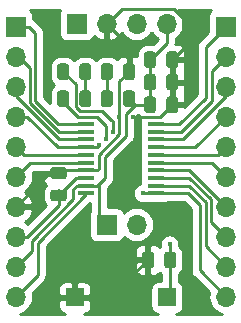
<source format=gbr>
G04 #@! TF.GenerationSoftware,KiCad,Pcbnew,(5.1.4)-1*
G04 #@! TF.CreationDate,2019-11-17T02:46:42+01:00*
G04 #@! TF.ProjectId,STM8_board,53544d38-5f62-46f6-9172-642e6b696361,1.0*
G04 #@! TF.SameCoordinates,Original*
G04 #@! TF.FileFunction,Copper,L1,Top*
G04 #@! TF.FilePolarity,Positive*
%FSLAX46Y46*%
G04 Gerber Fmt 4.6, Leading zero omitted, Abs format (unit mm)*
G04 Created by KiCad (PCBNEW (5.1.4)-1) date 2019-11-17 02:46:42*
%MOMM*%
%LPD*%
G04 APERTURE LIST*
%ADD10R,1.450000X0.450000*%
%ADD11C,0.100000*%
%ADD12C,0.975000*%
%ADD13O,1.700000X1.700000*%
%ADD14R,1.700000X1.700000*%
%ADD15R,1.500000X1.500000*%
%ADD16C,0.400000*%
%ADD17C,0.250000*%
%ADD18C,0.254000*%
G04 APERTURE END LIST*
D10*
X144999500Y-91055000D03*
X144999500Y-91705000D03*
X144999500Y-92355000D03*
X144999500Y-93005000D03*
X144999500Y-93655000D03*
X144999500Y-94305000D03*
X144999500Y-94955000D03*
X144999500Y-95605000D03*
X144999500Y-96255000D03*
X144999500Y-96905000D03*
X139099500Y-96905000D03*
X139099500Y-96255000D03*
X139099500Y-95605000D03*
X139099500Y-94955000D03*
X139099500Y-94305000D03*
X139099500Y-93655000D03*
X139099500Y-93005000D03*
X139099500Y-92355000D03*
X139099500Y-91705000D03*
X139099500Y-91055000D03*
D11*
G36*
X144793642Y-86804174D02*
G01*
X144817303Y-86807684D01*
X144840507Y-86813496D01*
X144863029Y-86821554D01*
X144884653Y-86831782D01*
X144905170Y-86844079D01*
X144924383Y-86858329D01*
X144942107Y-86874393D01*
X144958171Y-86892117D01*
X144972421Y-86911330D01*
X144984718Y-86931847D01*
X144994946Y-86953471D01*
X145003004Y-86975993D01*
X145008816Y-86999197D01*
X145012326Y-87022858D01*
X145013500Y-87046750D01*
X145013500Y-87959250D01*
X145012326Y-87983142D01*
X145008816Y-88006803D01*
X145003004Y-88030007D01*
X144994946Y-88052529D01*
X144984718Y-88074153D01*
X144972421Y-88094670D01*
X144958171Y-88113883D01*
X144942107Y-88131607D01*
X144924383Y-88147671D01*
X144905170Y-88161921D01*
X144884653Y-88174218D01*
X144863029Y-88184446D01*
X144840507Y-88192504D01*
X144817303Y-88198316D01*
X144793642Y-88201826D01*
X144769750Y-88203000D01*
X144282250Y-88203000D01*
X144258358Y-88201826D01*
X144234697Y-88198316D01*
X144211493Y-88192504D01*
X144188971Y-88184446D01*
X144167347Y-88174218D01*
X144146830Y-88161921D01*
X144127617Y-88147671D01*
X144109893Y-88131607D01*
X144093829Y-88113883D01*
X144079579Y-88094670D01*
X144067282Y-88074153D01*
X144057054Y-88052529D01*
X144048996Y-88030007D01*
X144043184Y-88006803D01*
X144039674Y-87983142D01*
X144038500Y-87959250D01*
X144038500Y-87046750D01*
X144039674Y-87022858D01*
X144043184Y-86999197D01*
X144048996Y-86975993D01*
X144057054Y-86953471D01*
X144067282Y-86931847D01*
X144079579Y-86911330D01*
X144093829Y-86892117D01*
X144109893Y-86874393D01*
X144127617Y-86858329D01*
X144146830Y-86844079D01*
X144167347Y-86831782D01*
X144188971Y-86821554D01*
X144211493Y-86813496D01*
X144234697Y-86807684D01*
X144258358Y-86804174D01*
X144282250Y-86803000D01*
X144769750Y-86803000D01*
X144793642Y-86804174D01*
X144793642Y-86804174D01*
G37*
D12*
X144526000Y-87503000D03*
D11*
G36*
X146668642Y-86804174D02*
G01*
X146692303Y-86807684D01*
X146715507Y-86813496D01*
X146738029Y-86821554D01*
X146759653Y-86831782D01*
X146780170Y-86844079D01*
X146799383Y-86858329D01*
X146817107Y-86874393D01*
X146833171Y-86892117D01*
X146847421Y-86911330D01*
X146859718Y-86931847D01*
X146869946Y-86953471D01*
X146878004Y-86975993D01*
X146883816Y-86999197D01*
X146887326Y-87022858D01*
X146888500Y-87046750D01*
X146888500Y-87959250D01*
X146887326Y-87983142D01*
X146883816Y-88006803D01*
X146878004Y-88030007D01*
X146869946Y-88052529D01*
X146859718Y-88074153D01*
X146847421Y-88094670D01*
X146833171Y-88113883D01*
X146817107Y-88131607D01*
X146799383Y-88147671D01*
X146780170Y-88161921D01*
X146759653Y-88174218D01*
X146738029Y-88184446D01*
X146715507Y-88192504D01*
X146692303Y-88198316D01*
X146668642Y-88201826D01*
X146644750Y-88203000D01*
X146157250Y-88203000D01*
X146133358Y-88201826D01*
X146109697Y-88198316D01*
X146086493Y-88192504D01*
X146063971Y-88184446D01*
X146042347Y-88174218D01*
X146021830Y-88161921D01*
X146002617Y-88147671D01*
X145984893Y-88131607D01*
X145968829Y-88113883D01*
X145954579Y-88094670D01*
X145942282Y-88074153D01*
X145932054Y-88052529D01*
X145923996Y-88030007D01*
X145918184Y-88006803D01*
X145914674Y-87983142D01*
X145913500Y-87959250D01*
X145913500Y-87046750D01*
X145914674Y-87022858D01*
X145918184Y-86999197D01*
X145923996Y-86975993D01*
X145932054Y-86953471D01*
X145942282Y-86931847D01*
X145954579Y-86911330D01*
X145968829Y-86892117D01*
X145984893Y-86874393D01*
X146002617Y-86858329D01*
X146021830Y-86844079D01*
X146042347Y-86831782D01*
X146063971Y-86821554D01*
X146086493Y-86813496D01*
X146109697Y-86807684D01*
X146133358Y-86804174D01*
X146157250Y-86803000D01*
X146644750Y-86803000D01*
X146668642Y-86804174D01*
X146668642Y-86804174D01*
G37*
D12*
X146401000Y-87503000D03*
D13*
X145923000Y-82550000D03*
X143383000Y-82550000D03*
X140843000Y-82550000D03*
D14*
X138303000Y-82550000D03*
D13*
X143383000Y-99568000D03*
D14*
X140843000Y-99568000D03*
D15*
X138149500Y-105727500D03*
X145949500Y-105727500D03*
D11*
G36*
X139302642Y-88201174D02*
G01*
X139326303Y-88204684D01*
X139349507Y-88210496D01*
X139372029Y-88218554D01*
X139393653Y-88228782D01*
X139414170Y-88241079D01*
X139433383Y-88255329D01*
X139451107Y-88271393D01*
X139467171Y-88289117D01*
X139481421Y-88308330D01*
X139493718Y-88328847D01*
X139503946Y-88350471D01*
X139512004Y-88372993D01*
X139517816Y-88396197D01*
X139521326Y-88419858D01*
X139522500Y-88443750D01*
X139522500Y-89356250D01*
X139521326Y-89380142D01*
X139517816Y-89403803D01*
X139512004Y-89427007D01*
X139503946Y-89449529D01*
X139493718Y-89471153D01*
X139481421Y-89491670D01*
X139467171Y-89510883D01*
X139451107Y-89528607D01*
X139433383Y-89544671D01*
X139414170Y-89558921D01*
X139393653Y-89571218D01*
X139372029Y-89581446D01*
X139349507Y-89589504D01*
X139326303Y-89595316D01*
X139302642Y-89598826D01*
X139278750Y-89600000D01*
X138791250Y-89600000D01*
X138767358Y-89598826D01*
X138743697Y-89595316D01*
X138720493Y-89589504D01*
X138697971Y-89581446D01*
X138676347Y-89571218D01*
X138655830Y-89558921D01*
X138636617Y-89544671D01*
X138618893Y-89528607D01*
X138602829Y-89510883D01*
X138588579Y-89491670D01*
X138576282Y-89471153D01*
X138566054Y-89449529D01*
X138557996Y-89427007D01*
X138552184Y-89403803D01*
X138548674Y-89380142D01*
X138547500Y-89356250D01*
X138547500Y-88443750D01*
X138548674Y-88419858D01*
X138552184Y-88396197D01*
X138557996Y-88372993D01*
X138566054Y-88350471D01*
X138576282Y-88328847D01*
X138588579Y-88308330D01*
X138602829Y-88289117D01*
X138618893Y-88271393D01*
X138636617Y-88255329D01*
X138655830Y-88241079D01*
X138676347Y-88228782D01*
X138697971Y-88218554D01*
X138720493Y-88210496D01*
X138743697Y-88204684D01*
X138767358Y-88201174D01*
X138791250Y-88200000D01*
X139278750Y-88200000D01*
X139302642Y-88201174D01*
X139302642Y-88201174D01*
G37*
D12*
X139035000Y-88900000D03*
D11*
G36*
X137427642Y-88201174D02*
G01*
X137451303Y-88204684D01*
X137474507Y-88210496D01*
X137497029Y-88218554D01*
X137518653Y-88228782D01*
X137539170Y-88241079D01*
X137558383Y-88255329D01*
X137576107Y-88271393D01*
X137592171Y-88289117D01*
X137606421Y-88308330D01*
X137618718Y-88328847D01*
X137628946Y-88350471D01*
X137637004Y-88372993D01*
X137642816Y-88396197D01*
X137646326Y-88419858D01*
X137647500Y-88443750D01*
X137647500Y-89356250D01*
X137646326Y-89380142D01*
X137642816Y-89403803D01*
X137637004Y-89427007D01*
X137628946Y-89449529D01*
X137618718Y-89471153D01*
X137606421Y-89491670D01*
X137592171Y-89510883D01*
X137576107Y-89528607D01*
X137558383Y-89544671D01*
X137539170Y-89558921D01*
X137518653Y-89571218D01*
X137497029Y-89581446D01*
X137474507Y-89589504D01*
X137451303Y-89595316D01*
X137427642Y-89598826D01*
X137403750Y-89600000D01*
X136916250Y-89600000D01*
X136892358Y-89598826D01*
X136868697Y-89595316D01*
X136845493Y-89589504D01*
X136822971Y-89581446D01*
X136801347Y-89571218D01*
X136780830Y-89558921D01*
X136761617Y-89544671D01*
X136743893Y-89528607D01*
X136727829Y-89510883D01*
X136713579Y-89491670D01*
X136701282Y-89471153D01*
X136691054Y-89449529D01*
X136682996Y-89427007D01*
X136677184Y-89403803D01*
X136673674Y-89380142D01*
X136672500Y-89356250D01*
X136672500Y-88443750D01*
X136673674Y-88419858D01*
X136677184Y-88396197D01*
X136682996Y-88372993D01*
X136691054Y-88350471D01*
X136701282Y-88328847D01*
X136713579Y-88308330D01*
X136727829Y-88289117D01*
X136743893Y-88271393D01*
X136761617Y-88255329D01*
X136780830Y-88241079D01*
X136801347Y-88228782D01*
X136822971Y-88218554D01*
X136845493Y-88210496D01*
X136868697Y-88204684D01*
X136892358Y-88201174D01*
X136916250Y-88200000D01*
X137403750Y-88200000D01*
X137427642Y-88201174D01*
X137427642Y-88201174D01*
G37*
D12*
X137160000Y-88900000D03*
D11*
G36*
X141140642Y-88201174D02*
G01*
X141164303Y-88204684D01*
X141187507Y-88210496D01*
X141210029Y-88218554D01*
X141231653Y-88228782D01*
X141252170Y-88241079D01*
X141271383Y-88255329D01*
X141289107Y-88271393D01*
X141305171Y-88289117D01*
X141319421Y-88308330D01*
X141331718Y-88328847D01*
X141341946Y-88350471D01*
X141350004Y-88372993D01*
X141355816Y-88396197D01*
X141359326Y-88419858D01*
X141360500Y-88443750D01*
X141360500Y-89356250D01*
X141359326Y-89380142D01*
X141355816Y-89403803D01*
X141350004Y-89427007D01*
X141341946Y-89449529D01*
X141331718Y-89471153D01*
X141319421Y-89491670D01*
X141305171Y-89510883D01*
X141289107Y-89528607D01*
X141271383Y-89544671D01*
X141252170Y-89558921D01*
X141231653Y-89571218D01*
X141210029Y-89581446D01*
X141187507Y-89589504D01*
X141164303Y-89595316D01*
X141140642Y-89598826D01*
X141116750Y-89600000D01*
X140629250Y-89600000D01*
X140605358Y-89598826D01*
X140581697Y-89595316D01*
X140558493Y-89589504D01*
X140535971Y-89581446D01*
X140514347Y-89571218D01*
X140493830Y-89558921D01*
X140474617Y-89544671D01*
X140456893Y-89528607D01*
X140440829Y-89510883D01*
X140426579Y-89491670D01*
X140414282Y-89471153D01*
X140404054Y-89449529D01*
X140395996Y-89427007D01*
X140390184Y-89403803D01*
X140386674Y-89380142D01*
X140385500Y-89356250D01*
X140385500Y-88443750D01*
X140386674Y-88419858D01*
X140390184Y-88396197D01*
X140395996Y-88372993D01*
X140404054Y-88350471D01*
X140414282Y-88328847D01*
X140426579Y-88308330D01*
X140440829Y-88289117D01*
X140456893Y-88271393D01*
X140474617Y-88255329D01*
X140493830Y-88241079D01*
X140514347Y-88228782D01*
X140535971Y-88218554D01*
X140558493Y-88210496D01*
X140581697Y-88204684D01*
X140605358Y-88201174D01*
X140629250Y-88200000D01*
X141116750Y-88200000D01*
X141140642Y-88201174D01*
X141140642Y-88201174D01*
G37*
D12*
X140873000Y-88900000D03*
D11*
G36*
X143015642Y-88201174D02*
G01*
X143039303Y-88204684D01*
X143062507Y-88210496D01*
X143085029Y-88218554D01*
X143106653Y-88228782D01*
X143127170Y-88241079D01*
X143146383Y-88255329D01*
X143164107Y-88271393D01*
X143180171Y-88289117D01*
X143194421Y-88308330D01*
X143206718Y-88328847D01*
X143216946Y-88350471D01*
X143225004Y-88372993D01*
X143230816Y-88396197D01*
X143234326Y-88419858D01*
X143235500Y-88443750D01*
X143235500Y-89356250D01*
X143234326Y-89380142D01*
X143230816Y-89403803D01*
X143225004Y-89427007D01*
X143216946Y-89449529D01*
X143206718Y-89471153D01*
X143194421Y-89491670D01*
X143180171Y-89510883D01*
X143164107Y-89528607D01*
X143146383Y-89544671D01*
X143127170Y-89558921D01*
X143106653Y-89571218D01*
X143085029Y-89581446D01*
X143062507Y-89589504D01*
X143039303Y-89595316D01*
X143015642Y-89598826D01*
X142991750Y-89600000D01*
X142504250Y-89600000D01*
X142480358Y-89598826D01*
X142456697Y-89595316D01*
X142433493Y-89589504D01*
X142410971Y-89581446D01*
X142389347Y-89571218D01*
X142368830Y-89558921D01*
X142349617Y-89544671D01*
X142331893Y-89528607D01*
X142315829Y-89510883D01*
X142301579Y-89491670D01*
X142289282Y-89471153D01*
X142279054Y-89449529D01*
X142270996Y-89427007D01*
X142265184Y-89403803D01*
X142261674Y-89380142D01*
X142260500Y-89356250D01*
X142260500Y-88443750D01*
X142261674Y-88419858D01*
X142265184Y-88396197D01*
X142270996Y-88372993D01*
X142279054Y-88350471D01*
X142289282Y-88328847D01*
X142301579Y-88308330D01*
X142315829Y-88289117D01*
X142331893Y-88271393D01*
X142349617Y-88255329D01*
X142368830Y-88241079D01*
X142389347Y-88228782D01*
X142410971Y-88218554D01*
X142433493Y-88210496D01*
X142456697Y-88204684D01*
X142480358Y-88201174D01*
X142504250Y-88200000D01*
X142991750Y-88200000D01*
X143015642Y-88201174D01*
X143015642Y-88201174D01*
G37*
D12*
X142748000Y-88900000D03*
D13*
X150939500Y-105664000D03*
X150939500Y-103124000D03*
X150939500Y-100584000D03*
X150939500Y-98044000D03*
X150939500Y-95504000D03*
X150939500Y-92964000D03*
X150939500Y-90424000D03*
X150939500Y-87884000D03*
X150939500Y-85344000D03*
D14*
X150939500Y-82804000D03*
D13*
X133159500Y-105664000D03*
X133159500Y-103124000D03*
X133159500Y-100584000D03*
X133159500Y-98044000D03*
X133159500Y-95504000D03*
X133159500Y-92964000D03*
X133159500Y-90424000D03*
X133159500Y-87884000D03*
X133159500Y-85344000D03*
D14*
X133159500Y-82804000D03*
D11*
G36*
X139302642Y-85915174D02*
G01*
X139326303Y-85918684D01*
X139349507Y-85924496D01*
X139372029Y-85932554D01*
X139393653Y-85942782D01*
X139414170Y-85955079D01*
X139433383Y-85969329D01*
X139451107Y-85985393D01*
X139467171Y-86003117D01*
X139481421Y-86022330D01*
X139493718Y-86042847D01*
X139503946Y-86064471D01*
X139512004Y-86086993D01*
X139517816Y-86110197D01*
X139521326Y-86133858D01*
X139522500Y-86157750D01*
X139522500Y-87070250D01*
X139521326Y-87094142D01*
X139517816Y-87117803D01*
X139512004Y-87141007D01*
X139503946Y-87163529D01*
X139493718Y-87185153D01*
X139481421Y-87205670D01*
X139467171Y-87224883D01*
X139451107Y-87242607D01*
X139433383Y-87258671D01*
X139414170Y-87272921D01*
X139393653Y-87285218D01*
X139372029Y-87295446D01*
X139349507Y-87303504D01*
X139326303Y-87309316D01*
X139302642Y-87312826D01*
X139278750Y-87314000D01*
X138791250Y-87314000D01*
X138767358Y-87312826D01*
X138743697Y-87309316D01*
X138720493Y-87303504D01*
X138697971Y-87295446D01*
X138676347Y-87285218D01*
X138655830Y-87272921D01*
X138636617Y-87258671D01*
X138618893Y-87242607D01*
X138602829Y-87224883D01*
X138588579Y-87205670D01*
X138576282Y-87185153D01*
X138566054Y-87163529D01*
X138557996Y-87141007D01*
X138552184Y-87117803D01*
X138548674Y-87094142D01*
X138547500Y-87070250D01*
X138547500Y-86157750D01*
X138548674Y-86133858D01*
X138552184Y-86110197D01*
X138557996Y-86086993D01*
X138566054Y-86064471D01*
X138576282Y-86042847D01*
X138588579Y-86022330D01*
X138602829Y-86003117D01*
X138618893Y-85985393D01*
X138636617Y-85969329D01*
X138655830Y-85955079D01*
X138676347Y-85942782D01*
X138697971Y-85932554D01*
X138720493Y-85924496D01*
X138743697Y-85918684D01*
X138767358Y-85915174D01*
X138791250Y-85914000D01*
X139278750Y-85914000D01*
X139302642Y-85915174D01*
X139302642Y-85915174D01*
G37*
D12*
X139035000Y-86614000D03*
D11*
G36*
X137427642Y-85915174D02*
G01*
X137451303Y-85918684D01*
X137474507Y-85924496D01*
X137497029Y-85932554D01*
X137518653Y-85942782D01*
X137539170Y-85955079D01*
X137558383Y-85969329D01*
X137576107Y-85985393D01*
X137592171Y-86003117D01*
X137606421Y-86022330D01*
X137618718Y-86042847D01*
X137628946Y-86064471D01*
X137637004Y-86086993D01*
X137642816Y-86110197D01*
X137646326Y-86133858D01*
X137647500Y-86157750D01*
X137647500Y-87070250D01*
X137646326Y-87094142D01*
X137642816Y-87117803D01*
X137637004Y-87141007D01*
X137628946Y-87163529D01*
X137618718Y-87185153D01*
X137606421Y-87205670D01*
X137592171Y-87224883D01*
X137576107Y-87242607D01*
X137558383Y-87258671D01*
X137539170Y-87272921D01*
X137518653Y-87285218D01*
X137497029Y-87295446D01*
X137474507Y-87303504D01*
X137451303Y-87309316D01*
X137427642Y-87312826D01*
X137403750Y-87314000D01*
X136916250Y-87314000D01*
X136892358Y-87312826D01*
X136868697Y-87309316D01*
X136845493Y-87303504D01*
X136822971Y-87295446D01*
X136801347Y-87285218D01*
X136780830Y-87272921D01*
X136761617Y-87258671D01*
X136743893Y-87242607D01*
X136727829Y-87224883D01*
X136713579Y-87205670D01*
X136701282Y-87185153D01*
X136691054Y-87163529D01*
X136682996Y-87141007D01*
X136677184Y-87117803D01*
X136673674Y-87094142D01*
X136672500Y-87070250D01*
X136672500Y-86157750D01*
X136673674Y-86133858D01*
X136677184Y-86110197D01*
X136682996Y-86086993D01*
X136691054Y-86064471D01*
X136701282Y-86042847D01*
X136713579Y-86022330D01*
X136727829Y-86003117D01*
X136743893Y-85985393D01*
X136761617Y-85969329D01*
X136780830Y-85955079D01*
X136801347Y-85942782D01*
X136822971Y-85932554D01*
X136845493Y-85924496D01*
X136868697Y-85918684D01*
X136892358Y-85915174D01*
X136916250Y-85914000D01*
X137403750Y-85914000D01*
X137427642Y-85915174D01*
X137427642Y-85915174D01*
G37*
D12*
X137160000Y-86614000D03*
D11*
G36*
X141140642Y-85915174D02*
G01*
X141164303Y-85918684D01*
X141187507Y-85924496D01*
X141210029Y-85932554D01*
X141231653Y-85942782D01*
X141252170Y-85955079D01*
X141271383Y-85969329D01*
X141289107Y-85985393D01*
X141305171Y-86003117D01*
X141319421Y-86022330D01*
X141331718Y-86042847D01*
X141341946Y-86064471D01*
X141350004Y-86086993D01*
X141355816Y-86110197D01*
X141359326Y-86133858D01*
X141360500Y-86157750D01*
X141360500Y-87070250D01*
X141359326Y-87094142D01*
X141355816Y-87117803D01*
X141350004Y-87141007D01*
X141341946Y-87163529D01*
X141331718Y-87185153D01*
X141319421Y-87205670D01*
X141305171Y-87224883D01*
X141289107Y-87242607D01*
X141271383Y-87258671D01*
X141252170Y-87272921D01*
X141231653Y-87285218D01*
X141210029Y-87295446D01*
X141187507Y-87303504D01*
X141164303Y-87309316D01*
X141140642Y-87312826D01*
X141116750Y-87314000D01*
X140629250Y-87314000D01*
X140605358Y-87312826D01*
X140581697Y-87309316D01*
X140558493Y-87303504D01*
X140535971Y-87295446D01*
X140514347Y-87285218D01*
X140493830Y-87272921D01*
X140474617Y-87258671D01*
X140456893Y-87242607D01*
X140440829Y-87224883D01*
X140426579Y-87205670D01*
X140414282Y-87185153D01*
X140404054Y-87163529D01*
X140395996Y-87141007D01*
X140390184Y-87117803D01*
X140386674Y-87094142D01*
X140385500Y-87070250D01*
X140385500Y-86157750D01*
X140386674Y-86133858D01*
X140390184Y-86110197D01*
X140395996Y-86086993D01*
X140404054Y-86064471D01*
X140414282Y-86042847D01*
X140426579Y-86022330D01*
X140440829Y-86003117D01*
X140456893Y-85985393D01*
X140474617Y-85969329D01*
X140493830Y-85955079D01*
X140514347Y-85942782D01*
X140535971Y-85932554D01*
X140558493Y-85924496D01*
X140581697Y-85918684D01*
X140605358Y-85915174D01*
X140629250Y-85914000D01*
X141116750Y-85914000D01*
X141140642Y-85915174D01*
X141140642Y-85915174D01*
G37*
D12*
X140873000Y-86614000D03*
D11*
G36*
X143015642Y-85915174D02*
G01*
X143039303Y-85918684D01*
X143062507Y-85924496D01*
X143085029Y-85932554D01*
X143106653Y-85942782D01*
X143127170Y-85955079D01*
X143146383Y-85969329D01*
X143164107Y-85985393D01*
X143180171Y-86003117D01*
X143194421Y-86022330D01*
X143206718Y-86042847D01*
X143216946Y-86064471D01*
X143225004Y-86086993D01*
X143230816Y-86110197D01*
X143234326Y-86133858D01*
X143235500Y-86157750D01*
X143235500Y-87070250D01*
X143234326Y-87094142D01*
X143230816Y-87117803D01*
X143225004Y-87141007D01*
X143216946Y-87163529D01*
X143206718Y-87185153D01*
X143194421Y-87205670D01*
X143180171Y-87224883D01*
X143164107Y-87242607D01*
X143146383Y-87258671D01*
X143127170Y-87272921D01*
X143106653Y-87285218D01*
X143085029Y-87295446D01*
X143062507Y-87303504D01*
X143039303Y-87309316D01*
X143015642Y-87312826D01*
X142991750Y-87314000D01*
X142504250Y-87314000D01*
X142480358Y-87312826D01*
X142456697Y-87309316D01*
X142433493Y-87303504D01*
X142410971Y-87295446D01*
X142389347Y-87285218D01*
X142368830Y-87272921D01*
X142349617Y-87258671D01*
X142331893Y-87242607D01*
X142315829Y-87224883D01*
X142301579Y-87205670D01*
X142289282Y-87185153D01*
X142279054Y-87163529D01*
X142270996Y-87141007D01*
X142265184Y-87117803D01*
X142261674Y-87094142D01*
X142260500Y-87070250D01*
X142260500Y-86157750D01*
X142261674Y-86133858D01*
X142265184Y-86110197D01*
X142270996Y-86086993D01*
X142279054Y-86064471D01*
X142289282Y-86042847D01*
X142301579Y-86022330D01*
X142315829Y-86003117D01*
X142331893Y-85985393D01*
X142349617Y-85969329D01*
X142368830Y-85955079D01*
X142389347Y-85942782D01*
X142410971Y-85932554D01*
X142433493Y-85924496D01*
X142456697Y-85918684D01*
X142480358Y-85915174D01*
X142504250Y-85914000D01*
X142991750Y-85914000D01*
X143015642Y-85915174D01*
X143015642Y-85915174D01*
G37*
D12*
X142748000Y-86614000D03*
D11*
G36*
X137259142Y-94715174D02*
G01*
X137282803Y-94718684D01*
X137306007Y-94724496D01*
X137328529Y-94732554D01*
X137350153Y-94742782D01*
X137370670Y-94755079D01*
X137389883Y-94769329D01*
X137407607Y-94785393D01*
X137423671Y-94803117D01*
X137437921Y-94822330D01*
X137450218Y-94842847D01*
X137460446Y-94864471D01*
X137468504Y-94886993D01*
X137474316Y-94910197D01*
X137477826Y-94933858D01*
X137479000Y-94957750D01*
X137479000Y-95445250D01*
X137477826Y-95469142D01*
X137474316Y-95492803D01*
X137468504Y-95516007D01*
X137460446Y-95538529D01*
X137450218Y-95560153D01*
X137437921Y-95580670D01*
X137423671Y-95599883D01*
X137407607Y-95617607D01*
X137389883Y-95633671D01*
X137370670Y-95647921D01*
X137350153Y-95660218D01*
X137328529Y-95670446D01*
X137306007Y-95678504D01*
X137282803Y-95684316D01*
X137259142Y-95687826D01*
X137235250Y-95689000D01*
X136322750Y-95689000D01*
X136298858Y-95687826D01*
X136275197Y-95684316D01*
X136251993Y-95678504D01*
X136229471Y-95670446D01*
X136207847Y-95660218D01*
X136187330Y-95647921D01*
X136168117Y-95633671D01*
X136150393Y-95617607D01*
X136134329Y-95599883D01*
X136120079Y-95580670D01*
X136107782Y-95560153D01*
X136097554Y-95538529D01*
X136089496Y-95516007D01*
X136083684Y-95492803D01*
X136080174Y-95469142D01*
X136079000Y-95445250D01*
X136079000Y-94957750D01*
X136080174Y-94933858D01*
X136083684Y-94910197D01*
X136089496Y-94886993D01*
X136097554Y-94864471D01*
X136107782Y-94842847D01*
X136120079Y-94822330D01*
X136134329Y-94803117D01*
X136150393Y-94785393D01*
X136168117Y-94769329D01*
X136187330Y-94755079D01*
X136207847Y-94742782D01*
X136229471Y-94732554D01*
X136251993Y-94724496D01*
X136275197Y-94718684D01*
X136298858Y-94715174D01*
X136322750Y-94714000D01*
X137235250Y-94714000D01*
X137259142Y-94715174D01*
X137259142Y-94715174D01*
G37*
D12*
X136779000Y-95201500D03*
D11*
G36*
X137259142Y-96590174D02*
G01*
X137282803Y-96593684D01*
X137306007Y-96599496D01*
X137328529Y-96607554D01*
X137350153Y-96617782D01*
X137370670Y-96630079D01*
X137389883Y-96644329D01*
X137407607Y-96660393D01*
X137423671Y-96678117D01*
X137437921Y-96697330D01*
X137450218Y-96717847D01*
X137460446Y-96739471D01*
X137468504Y-96761993D01*
X137474316Y-96785197D01*
X137477826Y-96808858D01*
X137479000Y-96832750D01*
X137479000Y-97320250D01*
X137477826Y-97344142D01*
X137474316Y-97367803D01*
X137468504Y-97391007D01*
X137460446Y-97413529D01*
X137450218Y-97435153D01*
X137437921Y-97455670D01*
X137423671Y-97474883D01*
X137407607Y-97492607D01*
X137389883Y-97508671D01*
X137370670Y-97522921D01*
X137350153Y-97535218D01*
X137328529Y-97545446D01*
X137306007Y-97553504D01*
X137282803Y-97559316D01*
X137259142Y-97562826D01*
X137235250Y-97564000D01*
X136322750Y-97564000D01*
X136298858Y-97562826D01*
X136275197Y-97559316D01*
X136251993Y-97553504D01*
X136229471Y-97545446D01*
X136207847Y-97535218D01*
X136187330Y-97522921D01*
X136168117Y-97508671D01*
X136150393Y-97492607D01*
X136134329Y-97474883D01*
X136120079Y-97455670D01*
X136107782Y-97435153D01*
X136097554Y-97413529D01*
X136089496Y-97391007D01*
X136083684Y-97367803D01*
X136080174Y-97344142D01*
X136079000Y-97320250D01*
X136079000Y-96832750D01*
X136080174Y-96808858D01*
X136083684Y-96785197D01*
X136089496Y-96761993D01*
X136097554Y-96739471D01*
X136107782Y-96717847D01*
X136120079Y-96697330D01*
X136134329Y-96678117D01*
X136150393Y-96660393D01*
X136168117Y-96644329D01*
X136187330Y-96630079D01*
X136207847Y-96617782D01*
X136229471Y-96607554D01*
X136251993Y-96599496D01*
X136275197Y-96593684D01*
X136298858Y-96590174D01*
X136322750Y-96589000D01*
X137235250Y-96589000D01*
X137259142Y-96590174D01*
X137259142Y-96590174D01*
G37*
D12*
X136779000Y-97076500D03*
D11*
G36*
X146668642Y-88709174D02*
G01*
X146692303Y-88712684D01*
X146715507Y-88718496D01*
X146738029Y-88726554D01*
X146759653Y-88736782D01*
X146780170Y-88749079D01*
X146799383Y-88763329D01*
X146817107Y-88779393D01*
X146833171Y-88797117D01*
X146847421Y-88816330D01*
X146859718Y-88836847D01*
X146869946Y-88858471D01*
X146878004Y-88880993D01*
X146883816Y-88904197D01*
X146887326Y-88927858D01*
X146888500Y-88951750D01*
X146888500Y-89864250D01*
X146887326Y-89888142D01*
X146883816Y-89911803D01*
X146878004Y-89935007D01*
X146869946Y-89957529D01*
X146859718Y-89979153D01*
X146847421Y-89999670D01*
X146833171Y-90018883D01*
X146817107Y-90036607D01*
X146799383Y-90052671D01*
X146780170Y-90066921D01*
X146759653Y-90079218D01*
X146738029Y-90089446D01*
X146715507Y-90097504D01*
X146692303Y-90103316D01*
X146668642Y-90106826D01*
X146644750Y-90108000D01*
X146157250Y-90108000D01*
X146133358Y-90106826D01*
X146109697Y-90103316D01*
X146086493Y-90097504D01*
X146063971Y-90089446D01*
X146042347Y-90079218D01*
X146021830Y-90066921D01*
X146002617Y-90052671D01*
X145984893Y-90036607D01*
X145968829Y-90018883D01*
X145954579Y-89999670D01*
X145942282Y-89979153D01*
X145932054Y-89957529D01*
X145923996Y-89935007D01*
X145918184Y-89911803D01*
X145914674Y-89888142D01*
X145913500Y-89864250D01*
X145913500Y-88951750D01*
X145914674Y-88927858D01*
X145918184Y-88904197D01*
X145923996Y-88880993D01*
X145932054Y-88858471D01*
X145942282Y-88836847D01*
X145954579Y-88816330D01*
X145968829Y-88797117D01*
X145984893Y-88779393D01*
X146002617Y-88763329D01*
X146021830Y-88749079D01*
X146042347Y-88736782D01*
X146063971Y-88726554D01*
X146086493Y-88718496D01*
X146109697Y-88712684D01*
X146133358Y-88709174D01*
X146157250Y-88708000D01*
X146644750Y-88708000D01*
X146668642Y-88709174D01*
X146668642Y-88709174D01*
G37*
D12*
X146401000Y-89408000D03*
D11*
G36*
X144793642Y-88709174D02*
G01*
X144817303Y-88712684D01*
X144840507Y-88718496D01*
X144863029Y-88726554D01*
X144884653Y-88736782D01*
X144905170Y-88749079D01*
X144924383Y-88763329D01*
X144942107Y-88779393D01*
X144958171Y-88797117D01*
X144972421Y-88816330D01*
X144984718Y-88836847D01*
X144994946Y-88858471D01*
X145003004Y-88880993D01*
X145008816Y-88904197D01*
X145012326Y-88927858D01*
X145013500Y-88951750D01*
X145013500Y-89864250D01*
X145012326Y-89888142D01*
X145008816Y-89911803D01*
X145003004Y-89935007D01*
X144994946Y-89957529D01*
X144984718Y-89979153D01*
X144972421Y-89999670D01*
X144958171Y-90018883D01*
X144942107Y-90036607D01*
X144924383Y-90052671D01*
X144905170Y-90066921D01*
X144884653Y-90079218D01*
X144863029Y-90089446D01*
X144840507Y-90097504D01*
X144817303Y-90103316D01*
X144793642Y-90106826D01*
X144769750Y-90108000D01*
X144282250Y-90108000D01*
X144258358Y-90106826D01*
X144234697Y-90103316D01*
X144211493Y-90097504D01*
X144188971Y-90089446D01*
X144167347Y-90079218D01*
X144146830Y-90066921D01*
X144127617Y-90052671D01*
X144109893Y-90036607D01*
X144093829Y-90018883D01*
X144079579Y-89999670D01*
X144067282Y-89979153D01*
X144057054Y-89957529D01*
X144048996Y-89935007D01*
X144043184Y-89911803D01*
X144039674Y-89888142D01*
X144038500Y-89864250D01*
X144038500Y-88951750D01*
X144039674Y-88927858D01*
X144043184Y-88904197D01*
X144048996Y-88880993D01*
X144057054Y-88858471D01*
X144067282Y-88836847D01*
X144079579Y-88816330D01*
X144093829Y-88797117D01*
X144109893Y-88779393D01*
X144127617Y-88763329D01*
X144146830Y-88749079D01*
X144167347Y-88736782D01*
X144188971Y-88726554D01*
X144211493Y-88718496D01*
X144234697Y-88712684D01*
X144258358Y-88709174D01*
X144282250Y-88708000D01*
X144769750Y-88708000D01*
X144793642Y-88709174D01*
X144793642Y-88709174D01*
G37*
D12*
X144526000Y-89408000D03*
D11*
G36*
X146668642Y-84899174D02*
G01*
X146692303Y-84902684D01*
X146715507Y-84908496D01*
X146738029Y-84916554D01*
X146759653Y-84926782D01*
X146780170Y-84939079D01*
X146799383Y-84953329D01*
X146817107Y-84969393D01*
X146833171Y-84987117D01*
X146847421Y-85006330D01*
X146859718Y-85026847D01*
X146869946Y-85048471D01*
X146878004Y-85070993D01*
X146883816Y-85094197D01*
X146887326Y-85117858D01*
X146888500Y-85141750D01*
X146888500Y-86054250D01*
X146887326Y-86078142D01*
X146883816Y-86101803D01*
X146878004Y-86125007D01*
X146869946Y-86147529D01*
X146859718Y-86169153D01*
X146847421Y-86189670D01*
X146833171Y-86208883D01*
X146817107Y-86226607D01*
X146799383Y-86242671D01*
X146780170Y-86256921D01*
X146759653Y-86269218D01*
X146738029Y-86279446D01*
X146715507Y-86287504D01*
X146692303Y-86293316D01*
X146668642Y-86296826D01*
X146644750Y-86298000D01*
X146157250Y-86298000D01*
X146133358Y-86296826D01*
X146109697Y-86293316D01*
X146086493Y-86287504D01*
X146063971Y-86279446D01*
X146042347Y-86269218D01*
X146021830Y-86256921D01*
X146002617Y-86242671D01*
X145984893Y-86226607D01*
X145968829Y-86208883D01*
X145954579Y-86189670D01*
X145942282Y-86169153D01*
X145932054Y-86147529D01*
X145923996Y-86125007D01*
X145918184Y-86101803D01*
X145914674Y-86078142D01*
X145913500Y-86054250D01*
X145913500Y-85141750D01*
X145914674Y-85117858D01*
X145918184Y-85094197D01*
X145923996Y-85070993D01*
X145932054Y-85048471D01*
X145942282Y-85026847D01*
X145954579Y-85006330D01*
X145968829Y-84987117D01*
X145984893Y-84969393D01*
X146002617Y-84953329D01*
X146021830Y-84939079D01*
X146042347Y-84926782D01*
X146063971Y-84916554D01*
X146086493Y-84908496D01*
X146109697Y-84902684D01*
X146133358Y-84899174D01*
X146157250Y-84898000D01*
X146644750Y-84898000D01*
X146668642Y-84899174D01*
X146668642Y-84899174D01*
G37*
D12*
X146401000Y-85598000D03*
D11*
G36*
X144793642Y-84899174D02*
G01*
X144817303Y-84902684D01*
X144840507Y-84908496D01*
X144863029Y-84916554D01*
X144884653Y-84926782D01*
X144905170Y-84939079D01*
X144924383Y-84953329D01*
X144942107Y-84969393D01*
X144958171Y-84987117D01*
X144972421Y-85006330D01*
X144984718Y-85026847D01*
X144994946Y-85048471D01*
X145003004Y-85070993D01*
X145008816Y-85094197D01*
X145012326Y-85117858D01*
X145013500Y-85141750D01*
X145013500Y-86054250D01*
X145012326Y-86078142D01*
X145008816Y-86101803D01*
X145003004Y-86125007D01*
X144994946Y-86147529D01*
X144984718Y-86169153D01*
X144972421Y-86189670D01*
X144958171Y-86208883D01*
X144942107Y-86226607D01*
X144924383Y-86242671D01*
X144905170Y-86256921D01*
X144884653Y-86269218D01*
X144863029Y-86279446D01*
X144840507Y-86287504D01*
X144817303Y-86293316D01*
X144793642Y-86296826D01*
X144769750Y-86298000D01*
X144282250Y-86298000D01*
X144258358Y-86296826D01*
X144234697Y-86293316D01*
X144211493Y-86287504D01*
X144188971Y-86279446D01*
X144167347Y-86269218D01*
X144146830Y-86256921D01*
X144127617Y-86242671D01*
X144109893Y-86226607D01*
X144093829Y-86208883D01*
X144079579Y-86189670D01*
X144067282Y-86169153D01*
X144057054Y-86147529D01*
X144048996Y-86125007D01*
X144043184Y-86101803D01*
X144039674Y-86078142D01*
X144038500Y-86054250D01*
X144038500Y-85141750D01*
X144039674Y-85117858D01*
X144043184Y-85094197D01*
X144048996Y-85070993D01*
X144057054Y-85048471D01*
X144067282Y-85026847D01*
X144079579Y-85006330D01*
X144093829Y-84987117D01*
X144109893Y-84969393D01*
X144127617Y-84953329D01*
X144146830Y-84939079D01*
X144167347Y-84926782D01*
X144188971Y-84916554D01*
X144211493Y-84908496D01*
X144234697Y-84902684D01*
X144258358Y-84899174D01*
X144282250Y-84898000D01*
X144769750Y-84898000D01*
X144793642Y-84899174D01*
X144793642Y-84899174D01*
G37*
D12*
X144526000Y-85598000D03*
D11*
G36*
X144618142Y-101853674D02*
G01*
X144641803Y-101857184D01*
X144665007Y-101862996D01*
X144687529Y-101871054D01*
X144709153Y-101881282D01*
X144729670Y-101893579D01*
X144748883Y-101907829D01*
X144766607Y-101923893D01*
X144782671Y-101941617D01*
X144796921Y-101960830D01*
X144809218Y-101981347D01*
X144819446Y-102002971D01*
X144827504Y-102025493D01*
X144833316Y-102048697D01*
X144836826Y-102072358D01*
X144838000Y-102096250D01*
X144838000Y-103008750D01*
X144836826Y-103032642D01*
X144833316Y-103056303D01*
X144827504Y-103079507D01*
X144819446Y-103102029D01*
X144809218Y-103123653D01*
X144796921Y-103144170D01*
X144782671Y-103163383D01*
X144766607Y-103181107D01*
X144748883Y-103197171D01*
X144729670Y-103211421D01*
X144709153Y-103223718D01*
X144687529Y-103233946D01*
X144665007Y-103242004D01*
X144641803Y-103247816D01*
X144618142Y-103251326D01*
X144594250Y-103252500D01*
X144106750Y-103252500D01*
X144082858Y-103251326D01*
X144059197Y-103247816D01*
X144035993Y-103242004D01*
X144013471Y-103233946D01*
X143991847Y-103223718D01*
X143971330Y-103211421D01*
X143952117Y-103197171D01*
X143934393Y-103181107D01*
X143918329Y-103163383D01*
X143904079Y-103144170D01*
X143891782Y-103123653D01*
X143881554Y-103102029D01*
X143873496Y-103079507D01*
X143867684Y-103056303D01*
X143864174Y-103032642D01*
X143863000Y-103008750D01*
X143863000Y-102096250D01*
X143864174Y-102072358D01*
X143867684Y-102048697D01*
X143873496Y-102025493D01*
X143881554Y-102002971D01*
X143891782Y-101981347D01*
X143904079Y-101960830D01*
X143918329Y-101941617D01*
X143934393Y-101923893D01*
X143952117Y-101907829D01*
X143971330Y-101893579D01*
X143991847Y-101881282D01*
X144013471Y-101871054D01*
X144035993Y-101862996D01*
X144059197Y-101857184D01*
X144082858Y-101853674D01*
X144106750Y-101852500D01*
X144594250Y-101852500D01*
X144618142Y-101853674D01*
X144618142Y-101853674D01*
G37*
D12*
X144350500Y-102552500D03*
D11*
G36*
X146493142Y-101853674D02*
G01*
X146516803Y-101857184D01*
X146540007Y-101862996D01*
X146562529Y-101871054D01*
X146584153Y-101881282D01*
X146604670Y-101893579D01*
X146623883Y-101907829D01*
X146641607Y-101923893D01*
X146657671Y-101941617D01*
X146671921Y-101960830D01*
X146684218Y-101981347D01*
X146694446Y-102002971D01*
X146702504Y-102025493D01*
X146708316Y-102048697D01*
X146711826Y-102072358D01*
X146713000Y-102096250D01*
X146713000Y-103008750D01*
X146711826Y-103032642D01*
X146708316Y-103056303D01*
X146702504Y-103079507D01*
X146694446Y-103102029D01*
X146684218Y-103123653D01*
X146671921Y-103144170D01*
X146657671Y-103163383D01*
X146641607Y-103181107D01*
X146623883Y-103197171D01*
X146604670Y-103211421D01*
X146584153Y-103223718D01*
X146562529Y-103233946D01*
X146540007Y-103242004D01*
X146516803Y-103247816D01*
X146493142Y-103251326D01*
X146469250Y-103252500D01*
X145981750Y-103252500D01*
X145957858Y-103251326D01*
X145934197Y-103247816D01*
X145910993Y-103242004D01*
X145888471Y-103233946D01*
X145866847Y-103223718D01*
X145846330Y-103211421D01*
X145827117Y-103197171D01*
X145809393Y-103181107D01*
X145793329Y-103163383D01*
X145779079Y-103144170D01*
X145766782Y-103123653D01*
X145756554Y-103102029D01*
X145748496Y-103079507D01*
X145742684Y-103056303D01*
X145739174Y-103032642D01*
X145738000Y-103008750D01*
X145738000Y-102096250D01*
X145739174Y-102072358D01*
X145742684Y-102048697D01*
X145748496Y-102025493D01*
X145756554Y-102002971D01*
X145766782Y-101981347D01*
X145779079Y-101960830D01*
X145793329Y-101941617D01*
X145809393Y-101923893D01*
X145827117Y-101907829D01*
X145846330Y-101893579D01*
X145866847Y-101881282D01*
X145888471Y-101871054D01*
X145910993Y-101862996D01*
X145934197Y-101857184D01*
X145957858Y-101853674D01*
X145981750Y-101852500D01*
X146469250Y-101852500D01*
X146493142Y-101853674D01*
X146493142Y-101853674D01*
G37*
D12*
X146225500Y-102552500D03*
D16*
X143065500Y-90424000D03*
X141935490Y-90411010D03*
X140232768Y-92861768D03*
X146177000Y-101219000D03*
X143908000Y-96901000D03*
X141351000Y-91694000D03*
X140757768Y-92329000D03*
D17*
X141175500Y-105727500D02*
X144350500Y-102552500D01*
X138149500Y-105727500D02*
X141175500Y-105727500D01*
X139099500Y-94955000D02*
X137025500Y-94955000D01*
X137025500Y-94955000D02*
X136779000Y-95201500D01*
X133159500Y-98044000D02*
X136002000Y-95201500D01*
X136002000Y-95201500D02*
X136779000Y-95201500D01*
X146401000Y-89408000D02*
X146401000Y-87503000D01*
X146401000Y-87503000D02*
X146401000Y-85598000D01*
X142748000Y-84455000D02*
X140843000Y-82550000D01*
X142748000Y-86614000D02*
X142748000Y-84455000D01*
X141692999Y-81700001D02*
X140843000Y-82550000D01*
X142113000Y-81280000D02*
X141692999Y-81700001D01*
X146558000Y-81280000D02*
X142113000Y-81280000D01*
X147320000Y-82042000D02*
X146558000Y-81280000D01*
X146401000Y-85598000D02*
X147320000Y-84679000D01*
X147320000Y-84679000D02*
X147320000Y-82042000D01*
X142748000Y-86614000D02*
X141935490Y-87426510D01*
X145385000Y-90424000D02*
X145014350Y-90424000D01*
X146401000Y-89408000D02*
X145385000Y-90424000D01*
X145014350Y-90424000D02*
X145005340Y-90433010D01*
X145005340Y-90433010D02*
X144046660Y-90433010D01*
X144046660Y-90433010D02*
X144037650Y-90424000D01*
X144037650Y-90424000D02*
X143256000Y-90424000D01*
X143256000Y-90424000D02*
X143065500Y-90424000D01*
X141935490Y-87426510D02*
X141935490Y-90411010D01*
X140074500Y-94955000D02*
X139099500Y-94955000D01*
X140208000Y-94821500D02*
X140074500Y-94955000D01*
X140208000Y-93629000D02*
X140208000Y-94821500D01*
X141935490Y-90411010D02*
X141935490Y-91901510D01*
X141935490Y-91901510D02*
X140208000Y-93629000D01*
X146225500Y-102552500D02*
X146225500Y-105451500D01*
X146225500Y-105451500D02*
X145949500Y-105727500D01*
X139099500Y-93005000D02*
X140089536Y-93005000D01*
X140089536Y-93005000D02*
X140232768Y-92861768D01*
X146225500Y-102552500D02*
X146225500Y-101267500D01*
X146225500Y-101267500D02*
X146177000Y-101219000D01*
X134112000Y-90424000D02*
X133159500Y-90424000D01*
X139099500Y-93005000D02*
X136693000Y-93005000D01*
X136693000Y-93005000D02*
X134112000Y-90424000D01*
X139099500Y-96255000D02*
X138300410Y-96255000D01*
X138300410Y-96255000D02*
X137994510Y-96560900D01*
X137994510Y-96560900D02*
X137994510Y-97428840D01*
X137994510Y-97428840D02*
X134493000Y-100930350D01*
X134493000Y-100930350D02*
X134493000Y-101790500D01*
X134493000Y-101790500D02*
X133159500Y-103124000D01*
X140208000Y-98933000D02*
X140843000Y-99568000D01*
X140208000Y-96388500D02*
X140208000Y-98933000D01*
X139099500Y-96255000D02*
X140074500Y-96255000D01*
X140074500Y-96255000D02*
X140208000Y-96388500D01*
X140208000Y-96121500D02*
X140326250Y-96003250D01*
X140208000Y-96388500D02*
X140208000Y-96121500D01*
X140326250Y-96003250D02*
X140074500Y-96255000D01*
X144526000Y-85598000D02*
X144526000Y-87503000D01*
X144526000Y-87503000D02*
X144526000Y-89408000D01*
X143256000Y-89408000D02*
X142748000Y-88900000D01*
X144526000Y-89408000D02*
X143256000Y-89408000D01*
X145923000Y-84201000D02*
X144526000Y-85598000D01*
X145923000Y-82550000D02*
X145923000Y-84201000D01*
X140716000Y-95613500D02*
X140326250Y-96003250D01*
X140716000Y-93803498D02*
X140716000Y-95613500D01*
X142494000Y-92025498D02*
X140716000Y-93803498D01*
X143256000Y-89408000D02*
X142494000Y-90170000D01*
X142494000Y-90170000D02*
X142494000Y-92025498D01*
X136779000Y-97917000D02*
X136779000Y-97076500D01*
X133159500Y-100584000D02*
X134112000Y-100584000D01*
X134112000Y-100584000D02*
X136779000Y-97917000D01*
X138250500Y-95605000D02*
X139099500Y-95605000D01*
X136779000Y-97076500D02*
X138250500Y-95605000D01*
X140873000Y-86614000D02*
X140873000Y-88900000D01*
X139035000Y-86614000D02*
X139035000Y-88900000D01*
X139099500Y-96993500D02*
X135001000Y-101092000D01*
X139099500Y-96905000D02*
X139099500Y-96993500D01*
X135001000Y-101092000D02*
X135001000Y-103822500D01*
X135001000Y-103822500D02*
X134009499Y-104814001D01*
X134009499Y-104814001D02*
X133159500Y-105664000D01*
X139099500Y-94305000D02*
X134358500Y-94305000D01*
X134358500Y-94305000D02*
X133159500Y-95504000D01*
X139099500Y-93655000D02*
X133850500Y-93655000D01*
X133850500Y-93655000D02*
X133159500Y-92964000D01*
X133159500Y-88713733D02*
X133159500Y-87884000D01*
X136800767Y-92355000D02*
X133159500Y-88713733D01*
X139099500Y-92355000D02*
X136800767Y-92355000D01*
X139099500Y-91705000D02*
X136787178Y-91705000D01*
X134334501Y-89252323D02*
X134334501Y-86265001D01*
X134334501Y-86265001D02*
X134009499Y-85939999D01*
X136787178Y-91705000D02*
X134334501Y-89252323D01*
X134009499Y-85939999D02*
X133159500Y-85090000D01*
X134784512Y-89065923D02*
X134784512Y-83329012D01*
X139099500Y-91055000D02*
X136773589Y-91055000D01*
X136773589Y-91055000D02*
X134784512Y-89065923D01*
X134784512Y-83329012D02*
X134259500Y-82804000D01*
X134259500Y-82804000D02*
X133159500Y-82804000D01*
X148717000Y-97917000D02*
X147705000Y-96905000D01*
X147705000Y-96905000D02*
X144999500Y-96905000D01*
X148717000Y-103441500D02*
X148717000Y-97917000D01*
X150939500Y-105664000D02*
X148717000Y-103441500D01*
X137160000Y-86614000D02*
X138222490Y-87676490D01*
X140958885Y-90412763D02*
X141158884Y-90612762D01*
X140471132Y-89925010D02*
X140958885Y-90412763D01*
X138555660Y-89925010D02*
X140471132Y-89925010D01*
X138222490Y-89591840D02*
X138555660Y-89925010D01*
X138222490Y-87676490D02*
X138222490Y-89591840D01*
X143908000Y-96901000D02*
X144995500Y-96901000D01*
X144995500Y-96901000D02*
X144999500Y-96905000D01*
X141158884Y-90612762D02*
X141224000Y-90677878D01*
X141158884Y-90612762D02*
X141351000Y-90804878D01*
X141351000Y-90804878D02*
X141351000Y-91694000D01*
X149225000Y-97663000D02*
X147817000Y-96255000D01*
X150939500Y-103124000D02*
X149225000Y-101409500D01*
X149225000Y-101409500D02*
X149225000Y-97663000D01*
X145974500Y-96255000D02*
X144999500Y-96255000D01*
X147817000Y-96255000D02*
X145974500Y-96255000D01*
X145974500Y-95605000D02*
X144999500Y-95605000D01*
X150939500Y-100584000D02*
X149675011Y-99319511D01*
X149675011Y-99319511D02*
X149675011Y-97415921D01*
X149675011Y-97415921D02*
X147864090Y-95605000D01*
X147864090Y-95605000D02*
X145974500Y-95605000D01*
X150939500Y-98044000D02*
X147850500Y-94955000D01*
X147850500Y-94955000D02*
X144999500Y-94955000D01*
X149740500Y-94305000D02*
X145974500Y-94305000D01*
X150939500Y-95504000D02*
X149740500Y-94305000D01*
X145974500Y-94305000D02*
X144999500Y-94305000D01*
X145974500Y-93655000D02*
X144999500Y-93655000D01*
X150248500Y-93655000D02*
X145974500Y-93655000D01*
X150939500Y-92964000D02*
X150248500Y-93655000D01*
X148358500Y-93005000D02*
X144999500Y-93005000D01*
X150939500Y-90424000D02*
X148358500Y-93005000D01*
X145974500Y-92355000D02*
X144999500Y-92355000D01*
X147294000Y-92355000D02*
X145974500Y-92355000D01*
X150939500Y-87884000D02*
X150939500Y-88709500D01*
X150939500Y-88709500D02*
X147294000Y-92355000D01*
X145974500Y-91705000D02*
X144999500Y-91705000D01*
X147118500Y-91705000D02*
X145974500Y-91705000D01*
X149733000Y-89090500D02*
X147118500Y-91705000D01*
X150939500Y-85344000D02*
X149733000Y-86550500D01*
X149733000Y-86550500D02*
X149733000Y-89090500D01*
X149225000Y-84518500D02*
X150939500Y-82804000D01*
X149225000Y-88836500D02*
X149225000Y-84518500D01*
X144999500Y-91055000D02*
X147006500Y-91055000D01*
X147006500Y-91055000D02*
X149225000Y-88836500D01*
X140757768Y-91178266D02*
X140757768Y-92329000D01*
X140003502Y-90424000D02*
X140757768Y-91178266D01*
X138411000Y-90424000D02*
X140003502Y-90424000D01*
X137160000Y-88900000D02*
X137160000Y-89173000D01*
X137160000Y-89173000D02*
X138411000Y-90424000D01*
D18*
G36*
X143549042Y-90354164D02*
G01*
X143658708Y-90487792D01*
X143713403Y-90532679D01*
X143684998Y-90585820D01*
X143648688Y-90705518D01*
X143636428Y-90830000D01*
X143636428Y-91280000D01*
X143646277Y-91380000D01*
X143636428Y-91480000D01*
X143636428Y-91930000D01*
X143646277Y-92030000D01*
X143636428Y-92130000D01*
X143636428Y-92580000D01*
X143646277Y-92680000D01*
X143636428Y-92780000D01*
X143636428Y-93230000D01*
X143646277Y-93330000D01*
X143636428Y-93430000D01*
X143636428Y-93880000D01*
X143646277Y-93980000D01*
X143636428Y-94080000D01*
X143636428Y-94530000D01*
X143646277Y-94630000D01*
X143636428Y-94730000D01*
X143636428Y-95180000D01*
X143646277Y-95280000D01*
X143636428Y-95380000D01*
X143636428Y-95830000D01*
X143646277Y-95930000D01*
X143636428Y-96030000D01*
X143636428Y-96109692D01*
X143512479Y-96161033D01*
X143375719Y-96252413D01*
X143259413Y-96368719D01*
X143168033Y-96505479D01*
X143105089Y-96657440D01*
X143073000Y-96818760D01*
X143073000Y-96983240D01*
X143105089Y-97144560D01*
X143168033Y-97296521D01*
X143259413Y-97433281D01*
X143375719Y-97549587D01*
X143512479Y-97640967D01*
X143664440Y-97703911D01*
X143825760Y-97736000D01*
X143990240Y-97736000D01*
X144047294Y-97724651D01*
X144150018Y-97755812D01*
X144274500Y-97768072D01*
X145724500Y-97768072D01*
X145848982Y-97755812D01*
X145968680Y-97719502D01*
X146070644Y-97665000D01*
X147390199Y-97665000D01*
X147957001Y-98231803D01*
X147957000Y-103404177D01*
X147953324Y-103441500D01*
X147957000Y-103478822D01*
X147957000Y-103478832D01*
X147967997Y-103590485D01*
X147999711Y-103695034D01*
X148011454Y-103733746D01*
X148082026Y-103865776D01*
X148102376Y-103890572D01*
X148176999Y-103981501D01*
X148206003Y-104005304D01*
X149498703Y-105298005D01*
X149475987Y-105372889D01*
X149447315Y-105664000D01*
X149475987Y-105955111D01*
X149560901Y-106235034D01*
X149698794Y-106493014D01*
X149884366Y-106719134D01*
X150110486Y-106904706D01*
X150368466Y-107042599D01*
X150597250Y-107112000D01*
X146735768Y-107112000D01*
X146823982Y-107103312D01*
X146943680Y-107067002D01*
X147053994Y-107008037D01*
X147150685Y-106928685D01*
X147230037Y-106831994D01*
X147289002Y-106721680D01*
X147325312Y-106601982D01*
X147337572Y-106477500D01*
X147337572Y-104977500D01*
X147325312Y-104853018D01*
X147289002Y-104733320D01*
X147230037Y-104623006D01*
X147150685Y-104526315D01*
X147053994Y-104446963D01*
X146985500Y-104410352D01*
X146985500Y-103720345D01*
X147092792Y-103632292D01*
X147202458Y-103498664D01*
X147283947Y-103346209D01*
X147334128Y-103180785D01*
X147351072Y-103008750D01*
X147351072Y-102096250D01*
X147334128Y-101924215D01*
X147283947Y-101758791D01*
X147202458Y-101606336D01*
X147092792Y-101472708D01*
X146994017Y-101391645D01*
X147012000Y-101301240D01*
X147012000Y-101136760D01*
X146979911Y-100975440D01*
X146916967Y-100823479D01*
X146825587Y-100686719D01*
X146709281Y-100570413D01*
X146572521Y-100479033D01*
X146420560Y-100416089D01*
X146259240Y-100384000D01*
X146094760Y-100384000D01*
X145933440Y-100416089D01*
X145781479Y-100479033D01*
X145644719Y-100570413D01*
X145528413Y-100686719D01*
X145437033Y-100823479D01*
X145374089Y-100975440D01*
X145342000Y-101136760D01*
X145342000Y-101301240D01*
X145373596Y-101460080D01*
X145358208Y-101472708D01*
X145352992Y-101479064D01*
X145289185Y-101401315D01*
X145192494Y-101321963D01*
X145082180Y-101262998D01*
X144962482Y-101226688D01*
X144838000Y-101214428D01*
X144636250Y-101217500D01*
X144477500Y-101376250D01*
X144477500Y-102425500D01*
X144497500Y-102425500D01*
X144497500Y-102679500D01*
X144477500Y-102679500D01*
X144477500Y-103728750D01*
X144636250Y-103887500D01*
X144838000Y-103890572D01*
X144962482Y-103878312D01*
X145082180Y-103842002D01*
X145192494Y-103783037D01*
X145289185Y-103703685D01*
X145352992Y-103625936D01*
X145358208Y-103632292D01*
X145465500Y-103720345D01*
X145465501Y-104339428D01*
X145199500Y-104339428D01*
X145075018Y-104351688D01*
X144955320Y-104387998D01*
X144845006Y-104446963D01*
X144748315Y-104526315D01*
X144668963Y-104623006D01*
X144609998Y-104733320D01*
X144573688Y-104853018D01*
X144561428Y-104977500D01*
X144561428Y-106477500D01*
X144573688Y-106601982D01*
X144609998Y-106721680D01*
X144668963Y-106831994D01*
X144748315Y-106928685D01*
X144845006Y-107008037D01*
X144955320Y-107067002D01*
X145075018Y-107103312D01*
X145163232Y-107112000D01*
X138935768Y-107112000D01*
X139023982Y-107103312D01*
X139143680Y-107067002D01*
X139253994Y-107008037D01*
X139350685Y-106928685D01*
X139430037Y-106831994D01*
X139489002Y-106721680D01*
X139525312Y-106601982D01*
X139537572Y-106477500D01*
X139534500Y-106013250D01*
X139375750Y-105854500D01*
X138276500Y-105854500D01*
X138276500Y-105874500D01*
X138022500Y-105874500D01*
X138022500Y-105854500D01*
X136923250Y-105854500D01*
X136764500Y-106013250D01*
X136761428Y-106477500D01*
X136773688Y-106601982D01*
X136809998Y-106721680D01*
X136868963Y-106831994D01*
X136948315Y-106928685D01*
X137045006Y-107008037D01*
X137155320Y-107067002D01*
X137275018Y-107103312D01*
X137363232Y-107112000D01*
X133501750Y-107112000D01*
X133730534Y-107042599D01*
X133988514Y-106904706D01*
X134214634Y-106719134D01*
X134400206Y-106493014D01*
X134538099Y-106235034D01*
X134623013Y-105955111D01*
X134651685Y-105664000D01*
X134623013Y-105372889D01*
X134600297Y-105298004D01*
X134920801Y-104977500D01*
X136761428Y-104977500D01*
X136764500Y-105441750D01*
X136923250Y-105600500D01*
X138022500Y-105600500D01*
X138022500Y-104501250D01*
X138276500Y-104501250D01*
X138276500Y-105600500D01*
X139375750Y-105600500D01*
X139534500Y-105441750D01*
X139537572Y-104977500D01*
X139525312Y-104853018D01*
X139489002Y-104733320D01*
X139430037Y-104623006D01*
X139350685Y-104526315D01*
X139253994Y-104446963D01*
X139143680Y-104387998D01*
X139023982Y-104351688D01*
X138899500Y-104339428D01*
X138435250Y-104342500D01*
X138276500Y-104501250D01*
X138022500Y-104501250D01*
X137863750Y-104342500D01*
X137399500Y-104339428D01*
X137275018Y-104351688D01*
X137155320Y-104387998D01*
X137045006Y-104446963D01*
X136948315Y-104526315D01*
X136868963Y-104623006D01*
X136809998Y-104733320D01*
X136773688Y-104853018D01*
X136761428Y-104977500D01*
X134920801Y-104977500D01*
X135512003Y-104386299D01*
X135541001Y-104362501D01*
X135635974Y-104246776D01*
X135706546Y-104114747D01*
X135750003Y-103971486D01*
X135761000Y-103859833D01*
X135761000Y-103859824D01*
X135764676Y-103822501D01*
X135761000Y-103785178D01*
X135761000Y-103252500D01*
X143224928Y-103252500D01*
X143237188Y-103376982D01*
X143273498Y-103496680D01*
X143332463Y-103606994D01*
X143411815Y-103703685D01*
X143508506Y-103783037D01*
X143618820Y-103842002D01*
X143738518Y-103878312D01*
X143863000Y-103890572D01*
X144064750Y-103887500D01*
X144223500Y-103728750D01*
X144223500Y-102679500D01*
X143386750Y-102679500D01*
X143228000Y-102838250D01*
X143224928Y-103252500D01*
X135761000Y-103252500D01*
X135761000Y-101852500D01*
X143224928Y-101852500D01*
X143228000Y-102266750D01*
X143386750Y-102425500D01*
X144223500Y-102425500D01*
X144223500Y-101376250D01*
X144064750Y-101217500D01*
X143863000Y-101214428D01*
X143738518Y-101226688D01*
X143618820Y-101262998D01*
X143508506Y-101321963D01*
X143411815Y-101401315D01*
X143332463Y-101498006D01*
X143273498Y-101608320D01*
X143237188Y-101728018D01*
X143224928Y-101852500D01*
X135761000Y-101852500D01*
X135761000Y-101406801D01*
X139399730Y-97768072D01*
X139448001Y-97768072D01*
X139448001Y-98390562D01*
X139403498Y-98473820D01*
X139367188Y-98593518D01*
X139354928Y-98718000D01*
X139354928Y-100418000D01*
X139367188Y-100542482D01*
X139403498Y-100662180D01*
X139462463Y-100772494D01*
X139541815Y-100869185D01*
X139638506Y-100948537D01*
X139748820Y-101007502D01*
X139868518Y-101043812D01*
X139993000Y-101056072D01*
X141693000Y-101056072D01*
X141817482Y-101043812D01*
X141937180Y-101007502D01*
X142047494Y-100948537D01*
X142144185Y-100869185D01*
X142223537Y-100772494D01*
X142282502Y-100662180D01*
X142303393Y-100593313D01*
X142327866Y-100623134D01*
X142553986Y-100808706D01*
X142811966Y-100946599D01*
X143091889Y-101031513D01*
X143310050Y-101053000D01*
X143455950Y-101053000D01*
X143674111Y-101031513D01*
X143954034Y-100946599D01*
X144212014Y-100808706D01*
X144438134Y-100623134D01*
X144623706Y-100397014D01*
X144761599Y-100139034D01*
X144846513Y-99859111D01*
X144875185Y-99568000D01*
X144846513Y-99276889D01*
X144761599Y-98996966D01*
X144623706Y-98738986D01*
X144438134Y-98512866D01*
X144212014Y-98327294D01*
X143954034Y-98189401D01*
X143674111Y-98104487D01*
X143455950Y-98083000D01*
X143310050Y-98083000D01*
X143091889Y-98104487D01*
X142811966Y-98189401D01*
X142553986Y-98327294D01*
X142327866Y-98512866D01*
X142303393Y-98542687D01*
X142282502Y-98473820D01*
X142223537Y-98363506D01*
X142144185Y-98266815D01*
X142047494Y-98187463D01*
X141937180Y-98128498D01*
X141817482Y-98092188D01*
X141693000Y-98079928D01*
X140968000Y-98079928D01*
X140968000Y-96436301D01*
X141226997Y-96177304D01*
X141256001Y-96153501D01*
X141350974Y-96037776D01*
X141421546Y-95905747D01*
X141465003Y-95762486D01*
X141476000Y-95650833D01*
X141476000Y-95650825D01*
X141479676Y-95613500D01*
X141476000Y-95576175D01*
X141476000Y-94118299D01*
X143005003Y-92589297D01*
X143034001Y-92565499D01*
X143128974Y-92449774D01*
X143199546Y-92317745D01*
X143243003Y-92174484D01*
X143254000Y-92062831D01*
X143254000Y-92062823D01*
X143257676Y-92025498D01*
X143254000Y-91988173D01*
X143254000Y-90484801D01*
X143491776Y-90247026D01*
X143549042Y-90354164D01*
X143549042Y-90354164D01*
G37*
X143549042Y-90354164D02*
X143658708Y-90487792D01*
X143713403Y-90532679D01*
X143684998Y-90585820D01*
X143648688Y-90705518D01*
X143636428Y-90830000D01*
X143636428Y-91280000D01*
X143646277Y-91380000D01*
X143636428Y-91480000D01*
X143636428Y-91930000D01*
X143646277Y-92030000D01*
X143636428Y-92130000D01*
X143636428Y-92580000D01*
X143646277Y-92680000D01*
X143636428Y-92780000D01*
X143636428Y-93230000D01*
X143646277Y-93330000D01*
X143636428Y-93430000D01*
X143636428Y-93880000D01*
X143646277Y-93980000D01*
X143636428Y-94080000D01*
X143636428Y-94530000D01*
X143646277Y-94630000D01*
X143636428Y-94730000D01*
X143636428Y-95180000D01*
X143646277Y-95280000D01*
X143636428Y-95380000D01*
X143636428Y-95830000D01*
X143646277Y-95930000D01*
X143636428Y-96030000D01*
X143636428Y-96109692D01*
X143512479Y-96161033D01*
X143375719Y-96252413D01*
X143259413Y-96368719D01*
X143168033Y-96505479D01*
X143105089Y-96657440D01*
X143073000Y-96818760D01*
X143073000Y-96983240D01*
X143105089Y-97144560D01*
X143168033Y-97296521D01*
X143259413Y-97433281D01*
X143375719Y-97549587D01*
X143512479Y-97640967D01*
X143664440Y-97703911D01*
X143825760Y-97736000D01*
X143990240Y-97736000D01*
X144047294Y-97724651D01*
X144150018Y-97755812D01*
X144274500Y-97768072D01*
X145724500Y-97768072D01*
X145848982Y-97755812D01*
X145968680Y-97719502D01*
X146070644Y-97665000D01*
X147390199Y-97665000D01*
X147957001Y-98231803D01*
X147957000Y-103404177D01*
X147953324Y-103441500D01*
X147957000Y-103478822D01*
X147957000Y-103478832D01*
X147967997Y-103590485D01*
X147999711Y-103695034D01*
X148011454Y-103733746D01*
X148082026Y-103865776D01*
X148102376Y-103890572D01*
X148176999Y-103981501D01*
X148206003Y-104005304D01*
X149498703Y-105298005D01*
X149475987Y-105372889D01*
X149447315Y-105664000D01*
X149475987Y-105955111D01*
X149560901Y-106235034D01*
X149698794Y-106493014D01*
X149884366Y-106719134D01*
X150110486Y-106904706D01*
X150368466Y-107042599D01*
X150597250Y-107112000D01*
X146735768Y-107112000D01*
X146823982Y-107103312D01*
X146943680Y-107067002D01*
X147053994Y-107008037D01*
X147150685Y-106928685D01*
X147230037Y-106831994D01*
X147289002Y-106721680D01*
X147325312Y-106601982D01*
X147337572Y-106477500D01*
X147337572Y-104977500D01*
X147325312Y-104853018D01*
X147289002Y-104733320D01*
X147230037Y-104623006D01*
X147150685Y-104526315D01*
X147053994Y-104446963D01*
X146985500Y-104410352D01*
X146985500Y-103720345D01*
X147092792Y-103632292D01*
X147202458Y-103498664D01*
X147283947Y-103346209D01*
X147334128Y-103180785D01*
X147351072Y-103008750D01*
X147351072Y-102096250D01*
X147334128Y-101924215D01*
X147283947Y-101758791D01*
X147202458Y-101606336D01*
X147092792Y-101472708D01*
X146994017Y-101391645D01*
X147012000Y-101301240D01*
X147012000Y-101136760D01*
X146979911Y-100975440D01*
X146916967Y-100823479D01*
X146825587Y-100686719D01*
X146709281Y-100570413D01*
X146572521Y-100479033D01*
X146420560Y-100416089D01*
X146259240Y-100384000D01*
X146094760Y-100384000D01*
X145933440Y-100416089D01*
X145781479Y-100479033D01*
X145644719Y-100570413D01*
X145528413Y-100686719D01*
X145437033Y-100823479D01*
X145374089Y-100975440D01*
X145342000Y-101136760D01*
X145342000Y-101301240D01*
X145373596Y-101460080D01*
X145358208Y-101472708D01*
X145352992Y-101479064D01*
X145289185Y-101401315D01*
X145192494Y-101321963D01*
X145082180Y-101262998D01*
X144962482Y-101226688D01*
X144838000Y-101214428D01*
X144636250Y-101217500D01*
X144477500Y-101376250D01*
X144477500Y-102425500D01*
X144497500Y-102425500D01*
X144497500Y-102679500D01*
X144477500Y-102679500D01*
X144477500Y-103728750D01*
X144636250Y-103887500D01*
X144838000Y-103890572D01*
X144962482Y-103878312D01*
X145082180Y-103842002D01*
X145192494Y-103783037D01*
X145289185Y-103703685D01*
X145352992Y-103625936D01*
X145358208Y-103632292D01*
X145465500Y-103720345D01*
X145465501Y-104339428D01*
X145199500Y-104339428D01*
X145075018Y-104351688D01*
X144955320Y-104387998D01*
X144845006Y-104446963D01*
X144748315Y-104526315D01*
X144668963Y-104623006D01*
X144609998Y-104733320D01*
X144573688Y-104853018D01*
X144561428Y-104977500D01*
X144561428Y-106477500D01*
X144573688Y-106601982D01*
X144609998Y-106721680D01*
X144668963Y-106831994D01*
X144748315Y-106928685D01*
X144845006Y-107008037D01*
X144955320Y-107067002D01*
X145075018Y-107103312D01*
X145163232Y-107112000D01*
X138935768Y-107112000D01*
X139023982Y-107103312D01*
X139143680Y-107067002D01*
X139253994Y-107008037D01*
X139350685Y-106928685D01*
X139430037Y-106831994D01*
X139489002Y-106721680D01*
X139525312Y-106601982D01*
X139537572Y-106477500D01*
X139534500Y-106013250D01*
X139375750Y-105854500D01*
X138276500Y-105854500D01*
X138276500Y-105874500D01*
X138022500Y-105874500D01*
X138022500Y-105854500D01*
X136923250Y-105854500D01*
X136764500Y-106013250D01*
X136761428Y-106477500D01*
X136773688Y-106601982D01*
X136809998Y-106721680D01*
X136868963Y-106831994D01*
X136948315Y-106928685D01*
X137045006Y-107008037D01*
X137155320Y-107067002D01*
X137275018Y-107103312D01*
X137363232Y-107112000D01*
X133501750Y-107112000D01*
X133730534Y-107042599D01*
X133988514Y-106904706D01*
X134214634Y-106719134D01*
X134400206Y-106493014D01*
X134538099Y-106235034D01*
X134623013Y-105955111D01*
X134651685Y-105664000D01*
X134623013Y-105372889D01*
X134600297Y-105298004D01*
X134920801Y-104977500D01*
X136761428Y-104977500D01*
X136764500Y-105441750D01*
X136923250Y-105600500D01*
X138022500Y-105600500D01*
X138022500Y-104501250D01*
X138276500Y-104501250D01*
X138276500Y-105600500D01*
X139375750Y-105600500D01*
X139534500Y-105441750D01*
X139537572Y-104977500D01*
X139525312Y-104853018D01*
X139489002Y-104733320D01*
X139430037Y-104623006D01*
X139350685Y-104526315D01*
X139253994Y-104446963D01*
X139143680Y-104387998D01*
X139023982Y-104351688D01*
X138899500Y-104339428D01*
X138435250Y-104342500D01*
X138276500Y-104501250D01*
X138022500Y-104501250D01*
X137863750Y-104342500D01*
X137399500Y-104339428D01*
X137275018Y-104351688D01*
X137155320Y-104387998D01*
X137045006Y-104446963D01*
X136948315Y-104526315D01*
X136868963Y-104623006D01*
X136809998Y-104733320D01*
X136773688Y-104853018D01*
X136761428Y-104977500D01*
X134920801Y-104977500D01*
X135512003Y-104386299D01*
X135541001Y-104362501D01*
X135635974Y-104246776D01*
X135706546Y-104114747D01*
X135750003Y-103971486D01*
X135761000Y-103859833D01*
X135761000Y-103859824D01*
X135764676Y-103822501D01*
X135761000Y-103785178D01*
X135761000Y-103252500D01*
X143224928Y-103252500D01*
X143237188Y-103376982D01*
X143273498Y-103496680D01*
X143332463Y-103606994D01*
X143411815Y-103703685D01*
X143508506Y-103783037D01*
X143618820Y-103842002D01*
X143738518Y-103878312D01*
X143863000Y-103890572D01*
X144064750Y-103887500D01*
X144223500Y-103728750D01*
X144223500Y-102679500D01*
X143386750Y-102679500D01*
X143228000Y-102838250D01*
X143224928Y-103252500D01*
X135761000Y-103252500D01*
X135761000Y-101852500D01*
X143224928Y-101852500D01*
X143228000Y-102266750D01*
X143386750Y-102425500D01*
X144223500Y-102425500D01*
X144223500Y-101376250D01*
X144064750Y-101217500D01*
X143863000Y-101214428D01*
X143738518Y-101226688D01*
X143618820Y-101262998D01*
X143508506Y-101321963D01*
X143411815Y-101401315D01*
X143332463Y-101498006D01*
X143273498Y-101608320D01*
X143237188Y-101728018D01*
X143224928Y-101852500D01*
X135761000Y-101852500D01*
X135761000Y-101406801D01*
X139399730Y-97768072D01*
X139448001Y-97768072D01*
X139448001Y-98390562D01*
X139403498Y-98473820D01*
X139367188Y-98593518D01*
X139354928Y-98718000D01*
X139354928Y-100418000D01*
X139367188Y-100542482D01*
X139403498Y-100662180D01*
X139462463Y-100772494D01*
X139541815Y-100869185D01*
X139638506Y-100948537D01*
X139748820Y-101007502D01*
X139868518Y-101043812D01*
X139993000Y-101056072D01*
X141693000Y-101056072D01*
X141817482Y-101043812D01*
X141937180Y-101007502D01*
X142047494Y-100948537D01*
X142144185Y-100869185D01*
X142223537Y-100772494D01*
X142282502Y-100662180D01*
X142303393Y-100593313D01*
X142327866Y-100623134D01*
X142553986Y-100808706D01*
X142811966Y-100946599D01*
X143091889Y-101031513D01*
X143310050Y-101053000D01*
X143455950Y-101053000D01*
X143674111Y-101031513D01*
X143954034Y-100946599D01*
X144212014Y-100808706D01*
X144438134Y-100623134D01*
X144623706Y-100397014D01*
X144761599Y-100139034D01*
X144846513Y-99859111D01*
X144875185Y-99568000D01*
X144846513Y-99276889D01*
X144761599Y-98996966D01*
X144623706Y-98738986D01*
X144438134Y-98512866D01*
X144212014Y-98327294D01*
X143954034Y-98189401D01*
X143674111Y-98104487D01*
X143455950Y-98083000D01*
X143310050Y-98083000D01*
X143091889Y-98104487D01*
X142811966Y-98189401D01*
X142553986Y-98327294D01*
X142327866Y-98512866D01*
X142303393Y-98542687D01*
X142282502Y-98473820D01*
X142223537Y-98363506D01*
X142144185Y-98266815D01*
X142047494Y-98187463D01*
X141937180Y-98128498D01*
X141817482Y-98092188D01*
X141693000Y-98079928D01*
X140968000Y-98079928D01*
X140968000Y-96436301D01*
X141226997Y-96177304D01*
X141256001Y-96153501D01*
X141350974Y-96037776D01*
X141421546Y-95905747D01*
X141465003Y-95762486D01*
X141476000Y-95650833D01*
X141476000Y-95650825D01*
X141479676Y-95613500D01*
X141476000Y-95576175D01*
X141476000Y-94118299D01*
X143005003Y-92589297D01*
X143034001Y-92565499D01*
X143128974Y-92449774D01*
X143199546Y-92317745D01*
X143243003Y-92174484D01*
X143254000Y-92062831D01*
X143254000Y-92062823D01*
X143257676Y-92025498D01*
X143254000Y-91988173D01*
X143254000Y-90484801D01*
X143491776Y-90247026D01*
X143549042Y-90354164D01*
G36*
X135602750Y-95074500D02*
G01*
X136652000Y-95074500D01*
X136652000Y-95065000D01*
X136906000Y-95065000D01*
X136906000Y-95074500D01*
X136926000Y-95074500D01*
X136926000Y-95328500D01*
X136906000Y-95328500D01*
X136906000Y-95348500D01*
X136652000Y-95348500D01*
X136652000Y-95328500D01*
X135602750Y-95328500D01*
X135444000Y-95487250D01*
X135440928Y-95689000D01*
X135453188Y-95813482D01*
X135489498Y-95933180D01*
X135548463Y-96043494D01*
X135627815Y-96140185D01*
X135705564Y-96203992D01*
X135699208Y-96209208D01*
X135589542Y-96342836D01*
X135508053Y-96495291D01*
X135457872Y-96660715D01*
X135440928Y-96832750D01*
X135440928Y-97320250D01*
X135457872Y-97492285D01*
X135508053Y-97657709D01*
X135589542Y-97810164D01*
X135689381Y-97931817D01*
X134147461Y-99473738D01*
X133988514Y-99343294D01*
X133923977Y-99308799D01*
X134040855Y-99239178D01*
X134257088Y-99044269D01*
X134431141Y-98810920D01*
X134556325Y-98548099D01*
X134600976Y-98400890D01*
X134479655Y-98171000D01*
X133286500Y-98171000D01*
X133286500Y-98191000D01*
X133032500Y-98191000D01*
X133032500Y-98171000D01*
X133012500Y-98171000D01*
X133012500Y-97917000D01*
X133032500Y-97917000D01*
X133032500Y-97897000D01*
X133286500Y-97897000D01*
X133286500Y-97917000D01*
X134479655Y-97917000D01*
X134600976Y-97687110D01*
X134556325Y-97539901D01*
X134431141Y-97277080D01*
X134257088Y-97043731D01*
X134040855Y-96848822D01*
X133923977Y-96779201D01*
X133988514Y-96744706D01*
X134214634Y-96559134D01*
X134400206Y-96333014D01*
X134538099Y-96075034D01*
X134623013Y-95795111D01*
X134651685Y-95504000D01*
X134623013Y-95212889D01*
X134600297Y-95138005D01*
X134673302Y-95065000D01*
X135593250Y-95065000D01*
X135602750Y-95074500D01*
X135602750Y-95074500D01*
G37*
X135602750Y-95074500D02*
X136652000Y-95074500D01*
X136652000Y-95065000D01*
X136906000Y-95065000D01*
X136906000Y-95074500D01*
X136926000Y-95074500D01*
X136926000Y-95328500D01*
X136906000Y-95328500D01*
X136906000Y-95348500D01*
X136652000Y-95348500D01*
X136652000Y-95328500D01*
X135602750Y-95328500D01*
X135444000Y-95487250D01*
X135440928Y-95689000D01*
X135453188Y-95813482D01*
X135489498Y-95933180D01*
X135548463Y-96043494D01*
X135627815Y-96140185D01*
X135705564Y-96203992D01*
X135699208Y-96209208D01*
X135589542Y-96342836D01*
X135508053Y-96495291D01*
X135457872Y-96660715D01*
X135440928Y-96832750D01*
X135440928Y-97320250D01*
X135457872Y-97492285D01*
X135508053Y-97657709D01*
X135589542Y-97810164D01*
X135689381Y-97931817D01*
X134147461Y-99473738D01*
X133988514Y-99343294D01*
X133923977Y-99308799D01*
X134040855Y-99239178D01*
X134257088Y-99044269D01*
X134431141Y-98810920D01*
X134556325Y-98548099D01*
X134600976Y-98400890D01*
X134479655Y-98171000D01*
X133286500Y-98171000D01*
X133286500Y-98191000D01*
X133032500Y-98191000D01*
X133032500Y-98171000D01*
X133012500Y-98171000D01*
X133012500Y-97917000D01*
X133032500Y-97917000D01*
X133032500Y-97897000D01*
X133286500Y-97897000D01*
X133286500Y-97917000D01*
X134479655Y-97917000D01*
X134600976Y-97687110D01*
X134556325Y-97539901D01*
X134431141Y-97277080D01*
X134257088Y-97043731D01*
X134040855Y-96848822D01*
X133923977Y-96779201D01*
X133988514Y-96744706D01*
X134214634Y-96559134D01*
X134400206Y-96333014D01*
X134538099Y-96075034D01*
X134623013Y-95795111D01*
X134651685Y-95504000D01*
X134623013Y-95212889D01*
X134600297Y-95138005D01*
X134673302Y-95065000D01*
X135593250Y-95065000D01*
X135602750Y-95074500D01*
G36*
X149638315Y-81502815D02*
G01*
X149558963Y-81599506D01*
X149499998Y-81709820D01*
X149463688Y-81829518D01*
X149451428Y-81954000D01*
X149451428Y-83217271D01*
X148713998Y-83954701D01*
X148685000Y-83978499D01*
X148661202Y-84007497D01*
X148661201Y-84007498D01*
X148590026Y-84094224D01*
X148519454Y-84226254D01*
X148509240Y-84259928D01*
X148481922Y-84349987D01*
X148475998Y-84369515D01*
X148461324Y-84518500D01*
X148465001Y-84555832D01*
X148465000Y-88521698D01*
X147408224Y-89578474D01*
X147364750Y-89535000D01*
X146528000Y-89535000D01*
X146528000Y-89555000D01*
X146274000Y-89555000D01*
X146274000Y-89535000D01*
X146254000Y-89535000D01*
X146254000Y-89281000D01*
X146274000Y-89281000D01*
X146274000Y-87630000D01*
X146528000Y-87630000D01*
X146528000Y-89281000D01*
X147364750Y-89281000D01*
X147523500Y-89122250D01*
X147526572Y-88708000D01*
X147514312Y-88583518D01*
X147478002Y-88463820D01*
X147473555Y-88455500D01*
X147478002Y-88447180D01*
X147514312Y-88327482D01*
X147526572Y-88203000D01*
X147523500Y-87788750D01*
X147364750Y-87630000D01*
X146528000Y-87630000D01*
X146274000Y-87630000D01*
X146254000Y-87630000D01*
X146254000Y-87376000D01*
X146274000Y-87376000D01*
X146274000Y-85725000D01*
X146528000Y-85725000D01*
X146528000Y-87376000D01*
X147364750Y-87376000D01*
X147523500Y-87217250D01*
X147526572Y-86803000D01*
X147514312Y-86678518D01*
X147478002Y-86558820D01*
X147473555Y-86550500D01*
X147478002Y-86542180D01*
X147514312Y-86422482D01*
X147526572Y-86298000D01*
X147523500Y-85883750D01*
X147364750Y-85725000D01*
X146528000Y-85725000D01*
X146274000Y-85725000D01*
X146254000Y-85725000D01*
X146254000Y-85471000D01*
X146274000Y-85471000D01*
X146274000Y-85451000D01*
X146528000Y-85451000D01*
X146528000Y-85471000D01*
X147364750Y-85471000D01*
X147523500Y-85312250D01*
X147526572Y-84898000D01*
X147514312Y-84773518D01*
X147478002Y-84653820D01*
X147419037Y-84543506D01*
X147339685Y-84446815D01*
X147242994Y-84367463D01*
X147132680Y-84308498D01*
X147012982Y-84272188D01*
X146888500Y-84259928D01*
X146686750Y-84263000D01*
X146679895Y-84269855D01*
X146683000Y-84238333D01*
X146683000Y-84238324D01*
X146686676Y-84201001D01*
X146683000Y-84163678D01*
X146683000Y-83827595D01*
X146752014Y-83790706D01*
X146978134Y-83605134D01*
X147163706Y-83379014D01*
X147301599Y-83121034D01*
X147386513Y-82841111D01*
X147415185Y-82550000D01*
X147386513Y-82258889D01*
X147301599Y-81978966D01*
X147163706Y-81720986D01*
X146978134Y-81494866D01*
X146901532Y-81432000D01*
X149724604Y-81432000D01*
X149638315Y-81502815D01*
X149638315Y-81502815D01*
G37*
X149638315Y-81502815D02*
X149558963Y-81599506D01*
X149499998Y-81709820D01*
X149463688Y-81829518D01*
X149451428Y-81954000D01*
X149451428Y-83217271D01*
X148713998Y-83954701D01*
X148685000Y-83978499D01*
X148661202Y-84007497D01*
X148661201Y-84007498D01*
X148590026Y-84094224D01*
X148519454Y-84226254D01*
X148509240Y-84259928D01*
X148481922Y-84349987D01*
X148475998Y-84369515D01*
X148461324Y-84518500D01*
X148465001Y-84555832D01*
X148465000Y-88521698D01*
X147408224Y-89578474D01*
X147364750Y-89535000D01*
X146528000Y-89535000D01*
X146528000Y-89555000D01*
X146274000Y-89555000D01*
X146274000Y-89535000D01*
X146254000Y-89535000D01*
X146254000Y-89281000D01*
X146274000Y-89281000D01*
X146274000Y-87630000D01*
X146528000Y-87630000D01*
X146528000Y-89281000D01*
X147364750Y-89281000D01*
X147523500Y-89122250D01*
X147526572Y-88708000D01*
X147514312Y-88583518D01*
X147478002Y-88463820D01*
X147473555Y-88455500D01*
X147478002Y-88447180D01*
X147514312Y-88327482D01*
X147526572Y-88203000D01*
X147523500Y-87788750D01*
X147364750Y-87630000D01*
X146528000Y-87630000D01*
X146274000Y-87630000D01*
X146254000Y-87630000D01*
X146254000Y-87376000D01*
X146274000Y-87376000D01*
X146274000Y-85725000D01*
X146528000Y-85725000D01*
X146528000Y-87376000D01*
X147364750Y-87376000D01*
X147523500Y-87217250D01*
X147526572Y-86803000D01*
X147514312Y-86678518D01*
X147478002Y-86558820D01*
X147473555Y-86550500D01*
X147478002Y-86542180D01*
X147514312Y-86422482D01*
X147526572Y-86298000D01*
X147523500Y-85883750D01*
X147364750Y-85725000D01*
X146528000Y-85725000D01*
X146274000Y-85725000D01*
X146254000Y-85725000D01*
X146254000Y-85471000D01*
X146274000Y-85471000D01*
X146274000Y-85451000D01*
X146528000Y-85451000D01*
X146528000Y-85471000D01*
X147364750Y-85471000D01*
X147523500Y-85312250D01*
X147526572Y-84898000D01*
X147514312Y-84773518D01*
X147478002Y-84653820D01*
X147419037Y-84543506D01*
X147339685Y-84446815D01*
X147242994Y-84367463D01*
X147132680Y-84308498D01*
X147012982Y-84272188D01*
X146888500Y-84259928D01*
X146686750Y-84263000D01*
X146679895Y-84269855D01*
X146683000Y-84238333D01*
X146683000Y-84238324D01*
X146686676Y-84201001D01*
X146683000Y-84163678D01*
X146683000Y-83827595D01*
X146752014Y-83790706D01*
X146978134Y-83605134D01*
X147163706Y-83379014D01*
X147301599Y-83121034D01*
X147386513Y-82841111D01*
X147415185Y-82550000D01*
X147386513Y-82258889D01*
X147301599Y-81978966D01*
X147163706Y-81720986D01*
X146978134Y-81494866D01*
X146901532Y-81432000D01*
X149724604Y-81432000D01*
X149638315Y-81502815D01*
G36*
X136863498Y-81455820D02*
G01*
X136827188Y-81575518D01*
X136814928Y-81700000D01*
X136814928Y-83400000D01*
X136827188Y-83524482D01*
X136863498Y-83644180D01*
X136922463Y-83754494D01*
X137001815Y-83851185D01*
X137098506Y-83930537D01*
X137208820Y-83989502D01*
X137328518Y-84025812D01*
X137453000Y-84038072D01*
X139153000Y-84038072D01*
X139277482Y-84025812D01*
X139397180Y-83989502D01*
X139507494Y-83930537D01*
X139604185Y-83851185D01*
X139683537Y-83754494D01*
X139742502Y-83644180D01*
X139766966Y-83563534D01*
X139842731Y-83647588D01*
X140076080Y-83821641D01*
X140338901Y-83946825D01*
X140486110Y-83991476D01*
X140716000Y-83870155D01*
X140716000Y-82677000D01*
X140696000Y-82677000D01*
X140696000Y-82423000D01*
X140716000Y-82423000D01*
X140716000Y-82403000D01*
X140970000Y-82403000D01*
X140970000Y-82423000D01*
X140990000Y-82423000D01*
X140990000Y-82677000D01*
X140970000Y-82677000D01*
X140970000Y-83870155D01*
X141199890Y-83991476D01*
X141347099Y-83946825D01*
X141609920Y-83821641D01*
X141843269Y-83647588D01*
X142038178Y-83431355D01*
X142107799Y-83314477D01*
X142142294Y-83379014D01*
X142327866Y-83605134D01*
X142553986Y-83790706D01*
X142811966Y-83928599D01*
X143091889Y-84013513D01*
X143310050Y-84035000D01*
X143455950Y-84035000D01*
X143674111Y-84013513D01*
X143954034Y-83928599D01*
X144212014Y-83790706D01*
X144438134Y-83605134D01*
X144623706Y-83379014D01*
X144653000Y-83324209D01*
X144682294Y-83379014D01*
X144867866Y-83605134D01*
X145093986Y-83790706D01*
X145163001Y-83827595D01*
X145163001Y-83886197D01*
X144787520Y-84261678D01*
X144769750Y-84259928D01*
X144282250Y-84259928D01*
X144110215Y-84276872D01*
X143944791Y-84327053D01*
X143792336Y-84408542D01*
X143658708Y-84518208D01*
X143549042Y-84651836D01*
X143467553Y-84804291D01*
X143417372Y-84969715D01*
X143400428Y-85141750D01*
X143400428Y-85300457D01*
X143359982Y-85288188D01*
X143235500Y-85275928D01*
X143033750Y-85279000D01*
X142875000Y-85437750D01*
X142875000Y-86487000D01*
X142895000Y-86487000D01*
X142895000Y-86741000D01*
X142875000Y-86741000D01*
X142875000Y-86761000D01*
X142621000Y-86761000D01*
X142621000Y-86741000D01*
X142601000Y-86741000D01*
X142601000Y-86487000D01*
X142621000Y-86487000D01*
X142621000Y-85437750D01*
X142462250Y-85279000D01*
X142260500Y-85275928D01*
X142136018Y-85288188D01*
X142016320Y-85324498D01*
X141906006Y-85383463D01*
X141809315Y-85462815D01*
X141745508Y-85540564D01*
X141740292Y-85534208D01*
X141606664Y-85424542D01*
X141454209Y-85343053D01*
X141288785Y-85292872D01*
X141116750Y-85275928D01*
X140629250Y-85275928D01*
X140457215Y-85292872D01*
X140291791Y-85343053D01*
X140139336Y-85424542D01*
X140005708Y-85534208D01*
X139954000Y-85597214D01*
X139902292Y-85534208D01*
X139768664Y-85424542D01*
X139616209Y-85343053D01*
X139450785Y-85292872D01*
X139278750Y-85275928D01*
X138791250Y-85275928D01*
X138619215Y-85292872D01*
X138453791Y-85343053D01*
X138301336Y-85424542D01*
X138167708Y-85534208D01*
X138097500Y-85619756D01*
X138027292Y-85534208D01*
X137893664Y-85424542D01*
X137741209Y-85343053D01*
X137575785Y-85292872D01*
X137403750Y-85275928D01*
X136916250Y-85275928D01*
X136744215Y-85292872D01*
X136578791Y-85343053D01*
X136426336Y-85424542D01*
X136292708Y-85534208D01*
X136183042Y-85667836D01*
X136101553Y-85820291D01*
X136051372Y-85985715D01*
X136034428Y-86157750D01*
X136034428Y-87070250D01*
X136051372Y-87242285D01*
X136101553Y-87407709D01*
X136183042Y-87560164D01*
X136292708Y-87693792D01*
X136369727Y-87757000D01*
X136292708Y-87820208D01*
X136183042Y-87953836D01*
X136101553Y-88106291D01*
X136051372Y-88271715D01*
X136034428Y-88443750D01*
X136034428Y-89241038D01*
X135544512Y-88751122D01*
X135544512Y-83366334D01*
X135548188Y-83329011D01*
X135544512Y-83291688D01*
X135544512Y-83291679D01*
X135533515Y-83180026D01*
X135490058Y-83036765D01*
X135420638Y-82906891D01*
X135419486Y-82904735D01*
X135348311Y-82818009D01*
X135324513Y-82789011D01*
X135295514Y-82765212D01*
X134823303Y-82293002D01*
X134799501Y-82263999D01*
X134683776Y-82169026D01*
X134647572Y-82149674D01*
X134647572Y-81954000D01*
X134635312Y-81829518D01*
X134599002Y-81709820D01*
X134540037Y-81599506D01*
X134460685Y-81502815D01*
X134374396Y-81432000D01*
X136876230Y-81432000D01*
X136863498Y-81455820D01*
X136863498Y-81455820D01*
G37*
X136863498Y-81455820D02*
X136827188Y-81575518D01*
X136814928Y-81700000D01*
X136814928Y-83400000D01*
X136827188Y-83524482D01*
X136863498Y-83644180D01*
X136922463Y-83754494D01*
X137001815Y-83851185D01*
X137098506Y-83930537D01*
X137208820Y-83989502D01*
X137328518Y-84025812D01*
X137453000Y-84038072D01*
X139153000Y-84038072D01*
X139277482Y-84025812D01*
X139397180Y-83989502D01*
X139507494Y-83930537D01*
X139604185Y-83851185D01*
X139683537Y-83754494D01*
X139742502Y-83644180D01*
X139766966Y-83563534D01*
X139842731Y-83647588D01*
X140076080Y-83821641D01*
X140338901Y-83946825D01*
X140486110Y-83991476D01*
X140716000Y-83870155D01*
X140716000Y-82677000D01*
X140696000Y-82677000D01*
X140696000Y-82423000D01*
X140716000Y-82423000D01*
X140716000Y-82403000D01*
X140970000Y-82403000D01*
X140970000Y-82423000D01*
X140990000Y-82423000D01*
X140990000Y-82677000D01*
X140970000Y-82677000D01*
X140970000Y-83870155D01*
X141199890Y-83991476D01*
X141347099Y-83946825D01*
X141609920Y-83821641D01*
X141843269Y-83647588D01*
X142038178Y-83431355D01*
X142107799Y-83314477D01*
X142142294Y-83379014D01*
X142327866Y-83605134D01*
X142553986Y-83790706D01*
X142811966Y-83928599D01*
X143091889Y-84013513D01*
X143310050Y-84035000D01*
X143455950Y-84035000D01*
X143674111Y-84013513D01*
X143954034Y-83928599D01*
X144212014Y-83790706D01*
X144438134Y-83605134D01*
X144623706Y-83379014D01*
X144653000Y-83324209D01*
X144682294Y-83379014D01*
X144867866Y-83605134D01*
X145093986Y-83790706D01*
X145163001Y-83827595D01*
X145163001Y-83886197D01*
X144787520Y-84261678D01*
X144769750Y-84259928D01*
X144282250Y-84259928D01*
X144110215Y-84276872D01*
X143944791Y-84327053D01*
X143792336Y-84408542D01*
X143658708Y-84518208D01*
X143549042Y-84651836D01*
X143467553Y-84804291D01*
X143417372Y-84969715D01*
X143400428Y-85141750D01*
X143400428Y-85300457D01*
X143359982Y-85288188D01*
X143235500Y-85275928D01*
X143033750Y-85279000D01*
X142875000Y-85437750D01*
X142875000Y-86487000D01*
X142895000Y-86487000D01*
X142895000Y-86741000D01*
X142875000Y-86741000D01*
X142875000Y-86761000D01*
X142621000Y-86761000D01*
X142621000Y-86741000D01*
X142601000Y-86741000D01*
X142601000Y-86487000D01*
X142621000Y-86487000D01*
X142621000Y-85437750D01*
X142462250Y-85279000D01*
X142260500Y-85275928D01*
X142136018Y-85288188D01*
X142016320Y-85324498D01*
X141906006Y-85383463D01*
X141809315Y-85462815D01*
X141745508Y-85540564D01*
X141740292Y-85534208D01*
X141606664Y-85424542D01*
X141454209Y-85343053D01*
X141288785Y-85292872D01*
X141116750Y-85275928D01*
X140629250Y-85275928D01*
X140457215Y-85292872D01*
X140291791Y-85343053D01*
X140139336Y-85424542D01*
X140005708Y-85534208D01*
X139954000Y-85597214D01*
X139902292Y-85534208D01*
X139768664Y-85424542D01*
X139616209Y-85343053D01*
X139450785Y-85292872D01*
X139278750Y-85275928D01*
X138791250Y-85275928D01*
X138619215Y-85292872D01*
X138453791Y-85343053D01*
X138301336Y-85424542D01*
X138167708Y-85534208D01*
X138097500Y-85619756D01*
X138027292Y-85534208D01*
X137893664Y-85424542D01*
X137741209Y-85343053D01*
X137575785Y-85292872D01*
X137403750Y-85275928D01*
X136916250Y-85275928D01*
X136744215Y-85292872D01*
X136578791Y-85343053D01*
X136426336Y-85424542D01*
X136292708Y-85534208D01*
X136183042Y-85667836D01*
X136101553Y-85820291D01*
X136051372Y-85985715D01*
X136034428Y-86157750D01*
X136034428Y-87070250D01*
X136051372Y-87242285D01*
X136101553Y-87407709D01*
X136183042Y-87560164D01*
X136292708Y-87693792D01*
X136369727Y-87757000D01*
X136292708Y-87820208D01*
X136183042Y-87953836D01*
X136101553Y-88106291D01*
X136051372Y-88271715D01*
X136034428Y-88443750D01*
X136034428Y-89241038D01*
X135544512Y-88751122D01*
X135544512Y-83366334D01*
X135548188Y-83329011D01*
X135544512Y-83291688D01*
X135544512Y-83291679D01*
X135533515Y-83180026D01*
X135490058Y-83036765D01*
X135420638Y-82906891D01*
X135419486Y-82904735D01*
X135348311Y-82818009D01*
X135324513Y-82789011D01*
X135295514Y-82765212D01*
X134823303Y-82293002D01*
X134799501Y-82263999D01*
X134683776Y-82169026D01*
X134647572Y-82149674D01*
X134647572Y-81954000D01*
X134635312Y-81829518D01*
X134599002Y-81709820D01*
X134540037Y-81599506D01*
X134460685Y-81502815D01*
X134374396Y-81432000D01*
X136876230Y-81432000D01*
X136863498Y-81455820D01*
M02*

</source>
